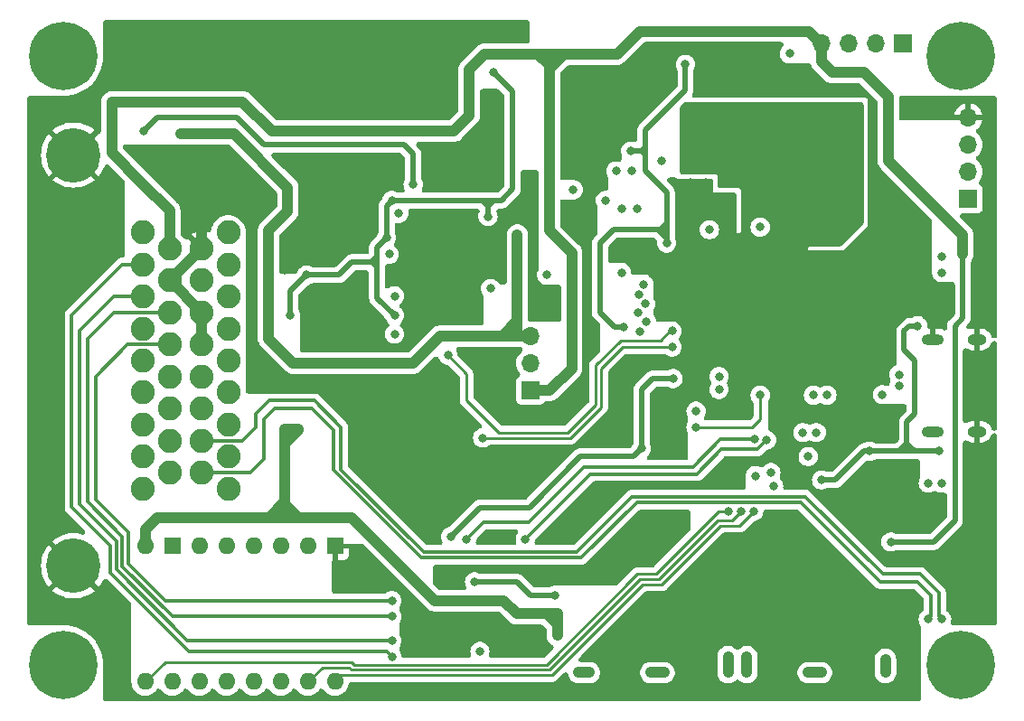
<source format=gbr>
%TF.GenerationSoftware,KiCad,Pcbnew,8.0.6*%
%TF.CreationDate,2024-10-30T09:11:15+07:00*%
%TF.ProjectId,NO2C,4e4f3243-2e6b-4696-9361-645f70636258,vD1*%
%TF.SameCoordinates,Original*%
%TF.FileFunction,Copper,L3,Inr*%
%TF.FilePolarity,Positive*%
%FSLAX46Y46*%
G04 Gerber Fmt 4.6, Leading zero omitted, Abs format (unit mm)*
G04 Created by KiCad (PCBNEW 8.0.6) date 2024-10-30 09:11:15*
%MOMM*%
%LPD*%
G01*
G04 APERTURE LIST*
%TA.AperFunction,ComponentPad*%
%ADD10O,1.600000X1.600000*%
%TD*%
%TA.AperFunction,ComponentPad*%
%ADD11R,1.600000X1.600000*%
%TD*%
%TA.AperFunction,ComponentPad*%
%ADD12C,2.250000*%
%TD*%
%TA.AperFunction,ComponentPad*%
%ADD13C,5.100000*%
%TD*%
%TA.AperFunction,ComponentPad*%
%ADD14R,1.700000X1.700000*%
%TD*%
%TA.AperFunction,ComponentPad*%
%ADD15O,1.700000X1.700000*%
%TD*%
%TA.AperFunction,ComponentPad*%
%ADD16C,0.800000*%
%TD*%
%TA.AperFunction,ComponentPad*%
%ADD17C,6.400000*%
%TD*%
%TA.AperFunction,ComponentPad*%
%ADD18O,2.100000X1.000000*%
%TD*%
%TA.AperFunction,ComponentPad*%
%ADD19O,1.800000X1.000000*%
%TD*%
%TA.AperFunction,ViaPad*%
%ADD20C,0.800000*%
%TD*%
%TA.AperFunction,Conductor*%
%ADD21C,1.000000*%
%TD*%
%TA.AperFunction,Conductor*%
%ADD22C,0.500000*%
%TD*%
%TA.AperFunction,Conductor*%
%ADD23C,0.250000*%
%TD*%
%TA.AperFunction,Conductor*%
%ADD24C,0.300000*%
%TD*%
G04 APERTURE END LIST*
D10*
%TO.N,/ENBL*%
%TO.C,IC4*%
X11150000Y1902000D03*
%TO.N,unconnected-(IC4-P2-Pad2)*%
X13690000Y1902000D03*
%TO.N,unconnected-(IC4-P3-Pad3)*%
X16230000Y1902000D03*
%TO.N,unconnected-(IC4-P4-Pad4)*%
X18770000Y1902000D03*
%TO.N,+5V*%
X21310000Y1902000D03*
X23850000Y1902000D03*
%TO.N,/STEP*%
X26390000Y1902000D03*
%TO.N,/DIR*%
X28930000Y1902000D03*
D11*
%TO.N,GND*%
X28930000Y14602000D03*
D10*
%TO.N,unconnected-(IC4-P10-Pad10)*%
X26390000Y14602000D03*
%TO.N,/STP-A2*%
X23850000Y14602000D03*
%TO.N,/STP-A1*%
X21310000Y14602000D03*
%TO.N,/STP-B1*%
X18770000Y14602000D03*
%TO.N,/STP-B2*%
X16230000Y14602000D03*
D11*
%TO.N,Earth*%
X13690000Y14602000D03*
D10*
%TO.N,+12V*%
X11150000Y14602000D03*
%TD*%
D12*
%TO.N,+BATT*%
%TO.C,J1*%
X10937500Y44000000D03*
%TO.N,VR1+*%
X10937500Y41000000D03*
%TO.N,/VR1-*%
X10937500Y38000000D03*
%TO.N,/IGN1*%
X10937500Y35000000D03*
%TO.N,/IGN2*%
X10937500Y32000000D03*
%TO.N,/STP-A1*%
X10937500Y29000000D03*
%TO.N,/STP-A2*%
X10937500Y26000000D03*
%TO.N,/STP-B2*%
X10937500Y23000000D03*
%TO.N,/STP-B1*%
X10937500Y20000000D03*
%TO.N,+5V*%
X13437500Y42500000D03*
%TO.N,GND*%
X13437500Y39500000D03*
%TO.N,/VR2-*%
X13437500Y36500000D03*
%TO.N,VR2+*%
X13437500Y33500000D03*
%TO.N,/TACHO*%
X13437500Y30500000D03*
%TO.N,Net-(J1-Pad15)*%
X13437500Y27500000D03*
%TO.N,Net-(J1-Pad16)*%
X13437500Y24500000D03*
%TO.N,/IDLE*%
X13437500Y21500000D03*
%TO.N,GND*%
X16437500Y42500000D03*
%TO.N,/LAUNCH*%
X16437500Y39500000D03*
%TO.N,GND*%
X16437500Y36500000D03*
X16437500Y33500000D03*
%TO.N,/SWCLK*%
X16437500Y30500000D03*
%TO.N,/SWDIO*%
X16437500Y27500000D03*
%TO.N,CANH*%
X16437500Y24500000D03*
%TO.N,CANL*%
X16437500Y21500000D03*
%TO.N,/O2*%
X18937500Y44000000D03*
%TO.N,/TPS*%
X18937500Y41000000D03*
%TO.N,/CLT*%
X18937500Y38000000D03*
%TO.N,/IAT*%
X18937500Y35000000D03*
%TO.N,/INJ1*%
X18937500Y32000000D03*
%TO.N,/INJ2*%
X18937500Y29000000D03*
%TO.N,/VVT*%
X18937500Y26000000D03*
%TO.N,/BOOST*%
X18937500Y23000000D03*
%TO.N,/FUELP*%
X18937500Y20000000D03*
D13*
%TO.N,GND*%
X4437500Y51250000D03*
X4437500Y12750000D03*
%TD*%
D14*
%TO.N,+3.3V*%
%TO.C,P1*%
X88250000Y47150000D03*
D15*
%TO.N,/SWDIO*%
X88250000Y49690000D03*
%TO.N,/SWCLK*%
X88250000Y52230000D03*
%TO.N,GND*%
X88250000Y54770000D03*
%TD*%
D16*
%TO.N,N/C*%
%TO.C,REF\u002A\u002A*%
X85100000Y3500000D03*
X85802944Y5197056D03*
X85802944Y1802944D03*
X87500000Y5900000D03*
D17*
X87500000Y3500000D03*
D16*
X87500000Y1100000D03*
X89197056Y5197056D03*
X89197056Y1802944D03*
X89900000Y3500000D03*
%TD*%
%TO.N,N/C*%
%TO.C,REF\u002A\u002A*%
X1100000Y60500000D03*
X1802944Y62197056D03*
X1802944Y58802944D03*
X3500000Y62900000D03*
D17*
X3500000Y60500000D03*
D16*
X3500000Y58100000D03*
X5197056Y62197056D03*
X5197056Y58802944D03*
X5900000Y60500000D03*
%TD*%
%TO.N,N/C*%
%TO.C,REF\u002A\u002A*%
X1100000Y3500000D03*
X1802944Y5197056D03*
X1802944Y1802944D03*
X3500000Y5900000D03*
D17*
X3500000Y3500000D03*
D16*
X3500000Y1100000D03*
X5197056Y5197056D03*
X5197056Y1802944D03*
X5900000Y3500000D03*
%TD*%
%TO.N,N/C*%
%TO.C,REF\u002A\u002A*%
X85100000Y60500000D03*
X85802944Y62197056D03*
X85802944Y58802944D03*
X87500000Y62900000D03*
D17*
X87500000Y60500000D03*
D16*
X87500000Y58100000D03*
X89197056Y62197056D03*
X89197056Y58802944D03*
X89900000Y60500000D03*
%TD*%
D14*
%TO.N,+5V*%
%TO.C,JP1*%
X47250000Y29210000D03*
D15*
%TO.N,Net-(IC1-VDD)*%
X47250000Y31750000D03*
%TO.N,+12V*%
X47250000Y34290000D03*
%TD*%
D18*
%TO.N,GND*%
%TO.C,J2*%
X84895000Y25320000D03*
D19*
X89075000Y25320000D03*
D18*
X84895000Y33960000D03*
D19*
X89075000Y33960000D03*
%TD*%
D14*
%TO.N,/PA10*%
%TO.C,P4*%
X82100000Y61750000D03*
D15*
%TO.N,/PA9*%
X79560000Y61750000D03*
%TO.N,GND*%
X77020000Y61750000D03*
%TO.N,+5V*%
X74480000Y61750000D03*
%TD*%
D20*
%TO.N,GND*%
X55750000Y41750000D03*
%TO.N,Net-(J1-Pad16)*%
X56750000Y49750000D03*
%TO.N,Net-(J1-Pad15)*%
X55250000Y49750000D03*
%TO.N,+3.3V*%
X56625000Y51625000D03*
%TO.N,/SDA*%
X57250000Y46250000D03*
%TO.N,/SCL*%
X55750000Y46250000D03*
%TO.N,+5V*%
X32750000Y53500000D03*
X87750000Y42000000D03*
X31500000Y53500000D03*
X81000000Y15000000D03*
X42500000Y4750000D03*
X8050000Y56250000D03*
%TO.N,+12V*%
X25500000Y25550000D03*
X14450000Y53250000D03*
X49750000Y7250000D03*
X58500000Y2750000D03*
X46000000Y43750000D03*
X49750000Y6250000D03*
X49750000Y8250000D03*
X24200000Y25550000D03*
X74500000Y2750000D03*
X73250000Y2750000D03*
X59750000Y2750000D03*
%TO.N,/PA3*%
X58000000Y37300000D03*
X34000000Y41950000D03*
%TO.N,/PA4*%
X34500000Y38050000D03*
X57350000Y36450000D03*
%TO.N,/PA5*%
X58100000Y35650000D03*
X34500000Y34475000D03*
%TO.N,/STEP*%
X67000000Y17850000D03*
X69750000Y21500000D03*
%TO.N,/DIR*%
X70000000Y20250000D03*
X68150000Y17850000D03*
%TO.N,/ENBL*%
X65800000Y17850000D03*
X68300000Y21200000D03*
%TO.N,/VR1-*%
X34250000Y5750000D03*
%TO.N,/VR2-*%
X34250000Y8000000D03*
%TO.N,/FUELP*%
X65750000Y4250000D03*
X65750000Y2750000D03*
%TO.N,/BOOST*%
X67500000Y4250000D03*
X67500000Y2750000D03*
%TO.N,/IDLE*%
X51750000Y2750000D03*
X52750000Y2750000D03*
%TO.N,/IGN2*%
X55750000Y40250000D03*
%TO.N,/IGN1*%
X48750000Y40000000D03*
%TO.N,/TACHO*%
X51250000Y48000000D03*
%TO.N,/VVT*%
X80500000Y4000000D03*
X80500000Y2750000D03*
%TO.N,/LAUNCH*%
X62750000Y27250000D03*
%TO.N,/PD11*%
X69350000Y24550000D03*
X46750000Y15250000D03*
%TO.N,Net-(D5-COM)*%
X68750000Y28750000D03*
X62750000Y25750000D03*
%TO.N,/PA2*%
X34900000Y45800000D03*
X57400000Y38200000D03*
%TO.N,/PD10*%
X68200000Y24600000D03*
X41250000Y15250000D03*
%TO.N,/PA0*%
X64000000Y44250000D03*
X59500000Y50750000D03*
%TO.N,/PA1*%
X57850000Y39150000D03*
X43500000Y38750000D03*
%TO.N,Net-(D20-COM)*%
X85750000Y41750000D03*
X85750000Y20500000D03*
%TO.N,Net-(D21-COM)*%
X84500000Y20500000D03*
X85750000Y40250000D03*
%TO.N,/SCL*%
X64900000Y30500000D03*
%TO.N,CANL*%
X84500000Y7750000D03*
%TO.N,CANH*%
X85750000Y7750000D03*
%TO.N,/SDA*%
X64900000Y29300000D03*
%TO.N,+BATT*%
X36250000Y48500000D03*
X11000000Y53500000D03*
%TO.N,VR2+*%
X34250000Y9500000D03*
%TO.N,VR1+*%
X34250000Y4250000D03*
%TO.N,/PD8*%
X60500000Y34750000D03*
X39500000Y32500000D03*
%TO.N,/PD14*%
X57500000Y34700000D03*
X54250000Y47000000D03*
%TO.N,/PD9*%
X42750000Y24750000D03*
X60500000Y33250000D03*
%TO.N,/SWDIO*%
X73250000Y23000000D03*
%TO.N,Net-(U2-NRST)*%
X68750000Y44500000D03*
X71500000Y60750000D03*
%TO.N,GND*%
X24100000Y42200000D03*
X73250000Y36000000D03*
X34000000Y63000000D03*
X90250000Y23500000D03*
X90250000Y11500000D03*
X90250000Y46750000D03*
X61750000Y54000000D03*
X64750000Y38500000D03*
X72000000Y20550000D03*
X70500000Y29000000D03*
X38500000Y12000000D03*
X68750000Y32750000D03*
X29750000Y63000000D03*
X12250000Y61250000D03*
X90250000Y20750000D03*
X34950000Y44300000D03*
X55500000Y20000000D03*
X63700000Y48650000D03*
X12250000Y59500000D03*
X63250000Y42000000D03*
X30250000Y43650000D03*
X69050000Y14700000D03*
X76500000Y36000000D03*
X72250000Y47000000D03*
X73500000Y57350000D03*
X73450000Y15700000D03*
X68750000Y30250000D03*
X46750000Y63250000D03*
X80650000Y33450000D03*
X44000000Y57050000D03*
X61750000Y52250000D03*
X52700000Y47400000D03*
X79900000Y20950000D03*
X76500000Y34250000D03*
X13500000Y48500000D03*
X67500000Y58000000D03*
X69650000Y55550000D03*
X75650000Y57350000D03*
X76750000Y51750000D03*
X33000000Y48000000D03*
X60000000Y61000000D03*
X30750000Y36250000D03*
X43000000Y31000000D03*
X62250000Y48650000D03*
X74750000Y49750000D03*
X31000000Y47250000D03*
X24250000Y40500000D03*
X90250000Y56000000D03*
X18750000Y63000000D03*
X48150000Y5900000D03*
X21750000Y46500000D03*
X68750000Y36000000D03*
X21750000Y45250000D03*
X54500000Y20000000D03*
X36250000Y60000000D03*
X43000000Y29000000D03*
X55000000Y30650000D03*
X64750000Y36000000D03*
X28500000Y63000000D03*
X90250000Y7600000D03*
X34950000Y43000000D03*
X63950000Y55450000D03*
X74500000Y55500000D03*
X73250000Y32750000D03*
X66750000Y29000000D03*
X59250000Y24750000D03*
X76500000Y39500000D03*
X76500000Y37500000D03*
X61500000Y42000000D03*
X73000000Y45750000D03*
X76500000Y29250000D03*
X18500000Y47750000D03*
X35625000Y41375000D03*
X68750000Y46000000D03*
X16750000Y47750000D03*
X83900000Y36750000D03*
X61750000Y50500000D03*
X61850000Y55400000D03*
X12250000Y63000000D03*
X75300000Y14350000D03*
X65500000Y58000000D03*
X69100000Y16700000D03*
X55200000Y28700000D03*
X35750000Y63000000D03*
X52750000Y24250000D03*
X68500000Y39500000D03*
X60250000Y16500000D03*
X83350000Y750000D03*
X76750000Y49750000D03*
X37000000Y16250000D03*
X66400000Y14700000D03*
X38000000Y41250000D03*
X70750000Y39500000D03*
X45250000Y32750000D03*
X63500000Y60000000D03*
X90250000Y14500000D03*
X48200000Y4600000D03*
X90250000Y43750000D03*
X44000000Y53000000D03*
X59000000Y16500000D03*
X42250000Y63250000D03*
X45500000Y15750000D03*
X73250000Y49750000D03*
X90250000Y9250000D03*
X61500000Y16500000D03*
X38500000Y16250000D03*
X20250000Y63000000D03*
X54000000Y24250000D03*
X72000000Y48250000D03*
X90250000Y50250000D03*
X90250000Y53000000D03*
X90250000Y38500000D03*
X36250000Y57500000D03*
X66800000Y48600000D03*
X53500000Y20000000D03*
X36450000Y34500000D03*
X49500000Y23500000D03*
X69500000Y58000000D03*
X72900000Y21500000D03*
X76750000Y53750000D03*
X90250000Y17750000D03*
X90250000Y36000000D03*
X27500000Y48000000D03*
X64750000Y33750000D03*
X57000000Y56000000D03*
X76750000Y55500000D03*
X60500000Y23500000D03*
X83900000Y38700000D03*
X26250000Y36275000D03*
X68400000Y55550000D03*
X15000000Y47750000D03*
X90250000Y41250000D03*
X73250000Y38500000D03*
X43250000Y6480000D03*
X14250000Y63000000D03*
X77800000Y57400000D03*
%TO.N,/SWCLK*%
X80200000Y28800000D03*
%TO.N,+3.3V*%
X61750000Y59750000D03*
X49500000Y10000000D03*
X57625000Y23750000D03*
X60600000Y30300000D03*
X60000000Y43000000D03*
X33750000Y43500000D03*
X43250000Y45500000D03*
X83500000Y35250000D03*
X26250000Y40000000D03*
X56000000Y35125000D03*
X42000000Y11250000D03*
X24750000Y36250000D03*
X34250000Y47000000D03*
X85500000Y23500000D03*
X39750000Y15500000D03*
X43750000Y59000000D03*
X79000000Y23500000D03*
X74500000Y20800000D03*
X34500000Y36225000D03*
%TO.N,/PA9*%
X72750000Y25250000D03*
%TO.N,/PA10*%
X74000000Y25250000D03*
%TO.N,/USB_D-*%
X81750000Y29615000D03*
X73750000Y28750000D03*
%TO.N,/USB_D+*%
X75000000Y28750000D03*
X81750000Y30665000D03*
%TD*%
D21*
%TO.N,+12V*%
X49750000Y7250000D02*
X48750000Y8250000D01*
X48750000Y8250000D02*
X45950000Y8250000D01*
X49750000Y8250000D02*
X48750000Y8250000D01*
X46000000Y35690000D02*
X44600000Y34290000D01*
X46000000Y35750000D02*
X46000000Y35690000D01*
X44600000Y34290000D02*
X46000000Y34290000D01*
X38790000Y34290000D02*
X44600000Y34290000D01*
X46000000Y35750000D02*
X46000000Y43750000D01*
X46000000Y34290000D02*
X46000000Y35750000D01*
D22*
%TO.N,+3.3V*%
X57625000Y51625000D02*
X58000000Y51250000D01*
X58000000Y51250000D02*
X58000000Y51000000D01*
X58000000Y51000000D02*
X58000000Y51750000D01*
X58000000Y49750000D02*
X58000000Y51000000D01*
X57625000Y51625000D02*
X58000000Y52000000D01*
X57250000Y51625000D02*
X57625000Y51625000D01*
X57250000Y51625000D02*
X57875000Y51625000D01*
X58000000Y51750000D02*
X58000000Y52000000D01*
X58000000Y52000000D02*
X58000000Y53600000D01*
X56625000Y51625000D02*
X57250000Y51625000D01*
X57875000Y51625000D02*
X58000000Y51750000D01*
X60000000Y47750000D02*
X60000000Y44850000D01*
X58000000Y53600000D02*
X61750000Y57350000D01*
X61750000Y57350000D02*
X61750000Y59750000D01*
X58250000Y49500000D02*
X60000000Y47750000D01*
X58250000Y49500000D02*
X58000000Y49750000D01*
D21*
%TO.N,+5V*%
X78500000Y59000000D02*
X75500000Y59000000D01*
X49000000Y59650000D02*
X47950000Y60700000D01*
X49000000Y59350000D02*
X49000000Y44200000D01*
X31500000Y53500000D02*
X23000000Y53500000D01*
X57500000Y62850000D02*
X55350000Y60700000D01*
X8000000Y51500000D02*
X8000000Y56200000D01*
X41500000Y59300000D02*
X42900000Y60700000D01*
X50350000Y60700000D02*
X50450000Y60700000D01*
D22*
X85000000Y15000000D02*
X87000000Y17000000D01*
D21*
X74480000Y61750000D02*
X74400000Y61750000D01*
X10875000Y48625000D02*
X8000000Y51500000D01*
X73300000Y62850000D02*
X57500000Y62850000D01*
X13437500Y46062500D02*
X10875000Y48625000D01*
X87750000Y43750000D02*
X80750000Y50750000D01*
D22*
X81000000Y15000000D02*
X85000000Y15000000D01*
D21*
X74400000Y61750000D02*
X73300000Y62850000D01*
X49000000Y59350000D02*
X50350000Y60700000D01*
X80750000Y50750000D02*
X80750000Y56750000D01*
X75500000Y59000000D02*
X74480000Y60020000D01*
X13437500Y42500000D02*
X13437500Y46062500D01*
X50450000Y60700000D02*
X47950000Y60700000D01*
X51100000Y42100000D02*
X51100000Y31250000D01*
X55350000Y60700000D02*
X50450000Y60700000D01*
X8000000Y56200000D02*
X8050000Y56250000D01*
X42900000Y60700000D02*
X47950000Y60700000D01*
X80750000Y56750000D02*
X78500000Y59000000D01*
D22*
X87000000Y35250000D02*
X87750000Y36000000D01*
X87750000Y36000000D02*
X87750000Y42000000D01*
D21*
X87750000Y42000000D02*
X87750000Y43750000D01*
X49000000Y59350000D02*
X49000000Y59650000D01*
X31500000Y53500000D02*
X40050000Y53500000D01*
X23000000Y53500000D02*
X20250000Y56250000D01*
X41500000Y54950000D02*
X41500000Y59300000D01*
X20250000Y56250000D02*
X8050000Y56250000D01*
X49000000Y44200000D02*
X51100000Y42100000D01*
X51100000Y31250000D02*
X49060000Y29210000D01*
X74480000Y60020000D02*
X74480000Y61750000D01*
X49060000Y29210000D02*
X47250000Y29210000D01*
X40050000Y53500000D02*
X41500000Y54950000D01*
X49000000Y60500000D02*
X49000000Y59350000D01*
D22*
X87000000Y17000000D02*
X87000000Y35250000D01*
D21*
%TO.N,+12V*%
X24250000Y25500000D02*
X24250000Y24250000D01*
X25000000Y31750000D02*
X36250000Y31750000D01*
X14450000Y53250000D02*
X19450000Y53250000D01*
X24500000Y48200000D02*
X24500000Y46000000D01*
X22687500Y44187500D02*
X22687500Y34062500D01*
X23500000Y17250000D02*
X22750000Y17250000D01*
X12250000Y17250000D02*
X11150000Y16150000D01*
X24250000Y19000000D02*
X24250000Y17250000D01*
X38250000Y9500000D02*
X30500000Y17250000D01*
X24500000Y46000000D02*
X22687500Y44187500D01*
X24250000Y19000000D02*
X24250000Y18750000D01*
X30500000Y17250000D02*
X25500000Y17250000D01*
X25500000Y25500000D02*
X24250000Y24250000D01*
X58500000Y2750000D02*
X59750000Y2750000D01*
X24250000Y24250000D02*
X24250000Y19000000D01*
X24250000Y19000000D02*
X24250000Y18500000D01*
X49750000Y7250000D02*
X49750000Y6250000D01*
X11150000Y16150000D02*
X11150000Y14602000D01*
X74500000Y2750000D02*
X73250000Y2750000D01*
X49750000Y8250000D02*
X49750000Y7250000D01*
X22687500Y34062500D02*
X25000000Y31750000D01*
X25500000Y25550000D02*
X24200000Y25550000D01*
X25500000Y25550000D02*
X25500000Y25500000D01*
X19450000Y53250000D02*
X24500000Y48200000D01*
X46000000Y34290000D02*
X47250000Y34290000D01*
X45950000Y8250000D02*
X44700000Y9500000D01*
X44700000Y9500000D02*
X38250000Y9500000D01*
X24250000Y18500000D02*
X25500000Y17250000D01*
X24250000Y18750000D02*
X22750000Y17250000D01*
X24200000Y25550000D02*
X24250000Y25500000D01*
X22750000Y17250000D02*
X12250000Y17250000D01*
X24250000Y17250000D02*
X23500000Y17250000D01*
X36250000Y31750000D02*
X38790000Y34290000D01*
X25500000Y17250000D02*
X23500000Y17250000D01*
D23*
%TO.N,/STEP*%
X67000000Y17850000D02*
X66150000Y17000000D01*
X59250000Y11500000D02*
X57500000Y11500000D01*
X27738000Y3250000D02*
X26390000Y1902000D01*
X64750000Y17000000D02*
X59250000Y11500000D01*
X30500000Y3000000D02*
X30250000Y3250000D01*
X30250000Y3250000D02*
X27738000Y3250000D01*
X49000000Y3000000D02*
X30500000Y3000000D01*
X57500000Y11500000D02*
X49000000Y3000000D01*
X66150000Y17000000D02*
X64750000Y17000000D01*
%TO.N,/DIR*%
X68150000Y17850000D02*
X66800000Y16500000D01*
X66800000Y16500000D02*
X65000000Y16500000D01*
X49250000Y2500000D02*
X29528000Y2500000D01*
X57750000Y11000000D02*
X49250000Y2500000D01*
X29528000Y2500000D02*
X28930000Y1902000D01*
X59500000Y11000000D02*
X57750000Y11000000D01*
X65000000Y16500000D02*
X59500000Y11000000D01*
%TO.N,/ENBL*%
X57250000Y12000000D02*
X48750000Y3500000D01*
X59000000Y12000000D02*
X57250000Y12000000D01*
X13000000Y3750000D02*
X11152000Y1902000D01*
X30500000Y3750000D02*
X13000000Y3750000D01*
X64850000Y17850000D02*
X59000000Y12000000D01*
X30750000Y3500000D02*
X30500000Y3750000D01*
X48750000Y3500000D02*
X30750000Y3500000D01*
X11152000Y1902000D02*
X11150000Y1902000D01*
X65800000Y17850000D02*
X64850000Y17850000D01*
D24*
%TO.N,/VR1-*%
X5000000Y34750000D02*
X8250000Y38000000D01*
X5000000Y18500000D02*
X5000000Y34750000D01*
X15100000Y5750000D02*
X8450000Y12400000D01*
X34250000Y5750000D02*
X15100000Y5750000D01*
X8250000Y38000000D02*
X10937500Y38000000D01*
X8450000Y12400000D02*
X8450000Y15050000D01*
X8450000Y15050000D02*
X5000000Y18500000D01*
%TO.N,/VR2-*%
X5750000Y18750000D02*
X9000000Y15500000D01*
X5750000Y34000000D02*
X5750000Y18750000D01*
X13700000Y8000000D02*
X34250000Y8000000D01*
X13437500Y36500000D02*
X8250000Y36500000D01*
X9000000Y15500000D02*
X9000000Y12700000D01*
X8250000Y36500000D02*
X5750000Y34000000D01*
X9000000Y12700000D02*
X13700000Y8000000D01*
D21*
%TO.N,/FUELP*%
X65750000Y4250000D02*
X65750000Y2750000D01*
%TO.N,/BOOST*%
X67500000Y4250000D02*
X67500000Y2750000D01*
%TO.N,/IDLE*%
X51750000Y2750000D02*
X52750000Y2750000D01*
%TO.N,/VVT*%
X80500000Y4000000D02*
X80500000Y2750000D01*
D24*
%TO.N,/PD11*%
X52850000Y21350000D02*
X62800000Y21350000D01*
X68475000Y23675000D02*
X65125000Y23675000D01*
X65125000Y23675000D02*
X62800000Y21350000D01*
X46750000Y15250000D02*
X52850000Y21350000D01*
X68475000Y23675000D02*
X69350000Y24550000D01*
D23*
%TO.N,Net-(D5-COM)*%
X68750000Y26500000D02*
X68000000Y25750000D01*
X68750000Y28750000D02*
X68750000Y26500000D01*
X68000000Y25750000D02*
X62750000Y25750000D01*
D24*
%TO.N,/PD10*%
X47100000Y16850000D02*
X52250000Y22000000D01*
X42850000Y16850000D02*
X47100000Y16850000D01*
X65050000Y24600000D02*
X68200000Y24600000D01*
X52250000Y22000000D02*
X62450000Y22000000D01*
X41250000Y15250000D02*
X42850000Y16850000D01*
X62450000Y22000000D02*
X65050000Y24600000D01*
%TO.N,CANL*%
X23250000Y27500000D02*
X22250000Y26500000D01*
X28750000Y21750000D02*
X28750000Y25500000D01*
X26750000Y27500000D02*
X23250000Y27500000D01*
X84750000Y8000000D02*
X84750000Y10000000D01*
X52000000Y13500000D02*
X37000000Y13500000D01*
X21000000Y21500000D02*
X16437500Y21500000D01*
X28750000Y25500000D02*
X26750000Y27500000D01*
X83500000Y11250000D02*
X80000000Y11250000D01*
X80000000Y11250000D02*
X72550000Y18700000D01*
X57200000Y18700000D02*
X52000000Y13500000D01*
X84750000Y10000000D02*
X83500000Y11250000D01*
X37000000Y13500000D02*
X28750000Y21750000D01*
X84500000Y7750000D02*
X84750000Y8000000D01*
X22250000Y22750000D02*
X21000000Y21500000D01*
X72550000Y18700000D02*
X57200000Y18700000D01*
X22250000Y26500000D02*
X22250000Y22750000D01*
%TO.N,CANH*%
X37227818Y14050000D02*
X51550000Y14050000D01*
X85500000Y10250000D02*
X85500000Y8000000D01*
X21500000Y25750000D02*
X21500000Y27000000D01*
X21500000Y27000000D02*
X22750000Y28250000D01*
X73000000Y19250000D02*
X80250000Y12000000D01*
X56750000Y19250000D02*
X73000000Y19250000D01*
X20250000Y24500000D02*
X21500000Y25750000D01*
X29500000Y25750000D02*
X29500000Y21777818D01*
X51550000Y14050000D02*
X56750000Y19250000D01*
X27000000Y28250000D02*
X29500000Y25750000D01*
X83750000Y12000000D02*
X85500000Y10250000D01*
X16437500Y24500000D02*
X20250000Y24500000D01*
X80250000Y12000000D02*
X83750000Y12000000D01*
X85500000Y8000000D02*
X85750000Y7750000D01*
X22750000Y28250000D02*
X27000000Y28250000D01*
X29500000Y21777818D02*
X37227818Y14050000D01*
D22*
%TO.N,+BATT*%
X19750000Y54750000D02*
X12250000Y54750000D01*
X36250000Y51350000D02*
X35350000Y52250000D01*
X22250000Y52250000D02*
X19750000Y54750000D01*
X12250000Y54750000D02*
X11000000Y53500000D01*
X36250000Y48500000D02*
X36250000Y51350000D01*
X35350000Y52250000D02*
X22250000Y52250000D01*
D24*
%TO.N,VR2+*%
X9550000Y15950000D02*
X6500000Y19000000D01*
X9500000Y33500000D02*
X13437500Y33500000D01*
X9550000Y12950000D02*
X9550000Y15950000D01*
X13000000Y9500000D02*
X9550000Y12950000D01*
X6500000Y30500000D02*
X9500000Y33500000D01*
X6500000Y19000000D02*
X6500000Y30500000D01*
X34250000Y9500000D02*
X13000000Y9500000D01*
%TO.N,VR1+*%
X33750000Y4750000D02*
X15250000Y4750000D01*
X15250000Y4750000D02*
X7900000Y12100000D01*
X34250000Y4250000D02*
X33750000Y4750000D01*
X4250000Y18250000D02*
X4250000Y36250000D01*
X7900000Y12100000D02*
X7900000Y14600000D01*
X9000000Y41000000D02*
X10937500Y41000000D01*
X7900000Y14600000D02*
X4250000Y18250000D01*
X4250000Y36250000D02*
X9000000Y41000000D01*
D23*
%TO.N,/PD8*%
X55700000Y33900000D02*
X59400000Y33900000D01*
X44250000Y25250000D02*
X50750000Y25250000D01*
X60250000Y34750000D02*
X60500000Y34750000D01*
X39500000Y32500000D02*
X41250000Y30750000D01*
X41250000Y28250000D02*
X44250000Y25250000D01*
X53350000Y27850000D02*
X53350000Y31550000D01*
X53350000Y31550000D02*
X55700000Y33900000D01*
X41250000Y30750000D02*
X41250000Y28250000D01*
X59400000Y33900000D02*
X60250000Y34750000D01*
X50750000Y25250000D02*
X53350000Y27850000D01*
%TO.N,/PD9*%
X53875000Y27625000D02*
X53875000Y31275000D01*
X55850000Y33250000D02*
X60500000Y33250000D01*
X51000000Y24750000D02*
X53875000Y27625000D01*
X42750000Y24750000D02*
X51000000Y24750000D01*
X53875000Y31275000D02*
X55850000Y33250000D01*
D21*
%TO.N,GND*%
X13437500Y39500000D02*
X16437500Y42500000D01*
X16437500Y42500000D02*
X16437500Y45987500D01*
D22*
X16437500Y45987500D02*
X16550000Y46100000D01*
D21*
X16437500Y36500000D02*
X13437500Y39500000D01*
X16437500Y36500000D02*
X16437500Y33500000D01*
D22*
%TO.N,+3.3V*%
X32850000Y41750000D02*
X32850000Y41200000D01*
X42500000Y47000000D02*
X43250000Y47000000D01*
X57650000Y29300000D02*
X58650000Y30300000D01*
X83250000Y23500000D02*
X82500000Y23500000D01*
X32850000Y37875000D02*
X34500000Y36225000D01*
X82250000Y34750000D02*
X82250000Y33000000D01*
X82250000Y33000000D02*
X83250000Y32000000D01*
X43250000Y46500000D02*
X43250000Y47000000D01*
X32850000Y42600000D02*
X32850000Y41750000D01*
X55125000Y35125000D02*
X53750000Y36500000D01*
X45550000Y57200000D02*
X43750000Y59000000D01*
X43750000Y47000000D02*
X44500000Y47000000D01*
X42750000Y47000000D02*
X42500000Y47000000D01*
X32000000Y41200000D02*
X32850000Y41200000D01*
X59200000Y44250000D02*
X59400000Y44250000D01*
X47125000Y18225000D02*
X51900000Y23000000D01*
X32400000Y41200000D02*
X32850000Y40750000D01*
X82500000Y26250000D02*
X82500000Y24500000D01*
X82000000Y23500000D02*
X79000000Y23500000D01*
X43250000Y46500000D02*
X42750000Y47000000D01*
X82500000Y24500000D02*
X82500000Y24250000D01*
X24750000Y38500000D02*
X26250000Y40000000D01*
X82500000Y24500000D02*
X82500000Y23500000D01*
X59200000Y44250000D02*
X60000000Y44250000D01*
X51900000Y23000000D02*
X56875000Y23000000D01*
X43250000Y45500000D02*
X43250000Y46500000D01*
X58650000Y30300000D02*
X60600000Y30300000D01*
X32300000Y41200000D02*
X32850000Y41750000D01*
X57650000Y23775000D02*
X57650000Y29300000D01*
X78500000Y23500000D02*
X79000000Y23500000D01*
X74500000Y20800000D02*
X75800000Y20800000D01*
X82500000Y23500000D02*
X82000000Y23500000D01*
X24750000Y36250000D02*
X24750000Y38500000D01*
X82750000Y35250000D02*
X82250000Y34750000D01*
X60000000Y44850000D02*
X60000000Y44250000D01*
X32850000Y41200000D02*
X32850000Y40750000D01*
X34250000Y47000000D02*
X42500000Y47000000D01*
X60000000Y44250000D02*
X60000000Y43400000D01*
X46000000Y11250000D02*
X42000000Y11250000D01*
X53750000Y43000000D02*
X55000000Y44250000D01*
X55000000Y44250000D02*
X59200000Y44250000D01*
X83500000Y35250000D02*
X82750000Y35250000D01*
X42475000Y18225000D02*
X47125000Y18225000D01*
X82500000Y24250000D02*
X81750000Y23500000D01*
X44500000Y47000000D02*
X45550000Y48050000D01*
X33750000Y43500000D02*
X32850000Y42600000D01*
X59400000Y44250000D02*
X60000000Y44850000D01*
X29300000Y40000000D02*
X30500000Y41200000D01*
X56875000Y23000000D02*
X57625000Y23750000D01*
X33750000Y46500000D02*
X33750000Y43500000D01*
X26250000Y40000000D02*
X29300000Y40000000D01*
X60000000Y43400000D02*
X60000000Y43000000D01*
X30500000Y41200000D02*
X32000000Y41200000D01*
X83250000Y27000000D02*
X82500000Y26250000D01*
X60000000Y43450000D02*
X60000000Y43400000D01*
X45550000Y48050000D02*
X45550000Y57200000D01*
X85500000Y23500000D02*
X83250000Y23500000D01*
X32850000Y40750000D02*
X32850000Y37875000D01*
X39750000Y15500000D02*
X42475000Y18225000D01*
X82500000Y24250000D02*
X83250000Y23500000D01*
X81750000Y23500000D02*
X81500000Y23500000D01*
X83250000Y32000000D02*
X83250000Y27000000D01*
X34250000Y47000000D02*
X33750000Y46500000D01*
X81500000Y23500000D02*
X82000000Y23500000D01*
X32000000Y41200000D02*
X32400000Y41200000D01*
X32000000Y41200000D02*
X32300000Y41200000D01*
X43250000Y47000000D02*
X43750000Y47000000D01*
X47250000Y10000000D02*
X46000000Y11250000D01*
X57625000Y23750000D02*
X57650000Y23775000D01*
X49500000Y10000000D02*
X47250000Y10000000D01*
X43250000Y46500000D02*
X43750000Y47000000D01*
X59200000Y44250000D02*
X60000000Y43450000D01*
X75800000Y20800000D02*
X78500000Y23500000D01*
X53750000Y36500000D02*
X53750000Y43000000D01*
X56000000Y35125000D02*
X55125000Y35125000D01*
%TD*%
%TA.AperFunction,Conductor*%
%TO.N,GND*%
G36*
X46996288Y63905546D02*
G01*
X47077070Y63851570D01*
X47131046Y63770788D01*
X47150000Y63675500D01*
X47150000Y61949500D01*
X47131046Y61854212D01*
X47077070Y61773430D01*
X46996288Y61719454D01*
X46901000Y61700500D01*
X42801459Y61700500D01*
X42704812Y61681276D01*
X42632243Y61666841D01*
X42608163Y61662051D01*
X42582593Y61651459D01*
X42582592Y61651459D01*
X42426088Y61586633D01*
X42426084Y61586631D01*
X42262219Y61477140D01*
X42262216Y61477138D01*
X42122860Y61337783D01*
X42122861Y61337782D01*
X42122858Y61337779D01*
X40862221Y60077142D01*
X40862218Y60077139D01*
X40862217Y60077140D01*
X40722862Y59937784D01*
X40722860Y59937781D01*
X40613369Y59773916D01*
X40613367Y59773912D01*
X40567877Y59664089D01*
X40567877Y59664088D01*
X40537948Y59591836D01*
X40531964Y59561747D01*
X40531963Y59561745D01*
X40499500Y59398546D01*
X40499500Y55467560D01*
X40480546Y55372272D01*
X40426570Y55291491D01*
X39708511Y54573431D01*
X39627729Y54519454D01*
X39532441Y54500500D01*
X23517561Y54500500D01*
X23422273Y54519454D01*
X23341491Y54573430D01*
X21027140Y56887780D01*
X21027139Y56887782D01*
X20887782Y57027139D01*
X20723914Y57136632D01*
X20682442Y57153810D01*
X20569722Y57200500D01*
X20556270Y57206072D01*
X20541837Y57212051D01*
X20517756Y57216841D01*
X20445188Y57231276D01*
X20348541Y57250500D01*
X7951459Y57250500D01*
X7919389Y57244122D01*
X7919386Y57244122D01*
X7758168Y57212054D01*
X7758167Y57212053D01*
X7576090Y57136635D01*
X7576085Y57136632D01*
X7501256Y57086632D01*
X7412218Y57027140D01*
X7222862Y56837784D01*
X7222860Y56837781D01*
X7113369Y56673916D01*
X7113367Y56673912D01*
X7070315Y56569977D01*
X7070316Y56569976D01*
X7046954Y56513574D01*
X7046953Y56513573D01*
X7037949Y56491838D01*
X7037947Y56491829D01*
X6999500Y56298546D01*
X6999500Y53472860D01*
X6980546Y53377572D01*
X6926570Y53296790D01*
X6845788Y53242814D01*
X6768491Y53227439D01*
X5803457Y52262406D01*
X5718370Y52373293D01*
X5560793Y52530870D01*
X5449904Y52615959D01*
X6410870Y53576925D01*
X6342144Y53638341D01*
X6062751Y53836580D01*
X5762923Y54002289D01*
X5762924Y54002289D01*
X5446450Y54133376D01*
X5446430Y54133383D01*
X5117261Y54228216D01*
X5117246Y54228219D01*
X4779525Y54285599D01*
X4779519Y54285600D01*
X4437505Y54304806D01*
X4437495Y54304806D01*
X4095480Y54285600D01*
X4095474Y54285599D01*
X3757753Y54228219D01*
X3757738Y54228216D01*
X3428569Y54133383D01*
X3428549Y54133376D01*
X3112075Y54002289D01*
X2812248Y53836580D01*
X2532855Y53638340D01*
X2464129Y53576925D01*
X3425095Y52615959D01*
X3314207Y52530870D01*
X3156630Y52373293D01*
X3071541Y52262405D01*
X2110575Y53223371D01*
X2049160Y53154645D01*
X1850920Y52875252D01*
X1685211Y52575425D01*
X1554124Y52258951D01*
X1554117Y52258931D01*
X1459284Y51929762D01*
X1459281Y51929747D01*
X1401901Y51592026D01*
X1401900Y51592020D01*
X1382694Y51250006D01*
X1382694Y51249995D01*
X1401900Y50907981D01*
X1401901Y50907975D01*
X1459281Y50570254D01*
X1459284Y50570239D01*
X1554117Y50241070D01*
X1554124Y50241050D01*
X1685211Y49924576D01*
X1850920Y49624749D01*
X2049159Y49345356D01*
X2110575Y49276631D01*
X3071541Y50237597D01*
X3156630Y50126707D01*
X3314207Y49969130D01*
X3425094Y49884043D01*
X2464129Y48923077D01*
X2532855Y48861660D01*
X2812248Y48663421D01*
X3112076Y48497712D01*
X3112075Y48497712D01*
X3428549Y48366625D01*
X3428569Y48366618D01*
X3757738Y48271785D01*
X3757753Y48271782D01*
X4095474Y48214402D01*
X4095480Y48214401D01*
X4437495Y48195194D01*
X4437505Y48195194D01*
X4779519Y48214401D01*
X4779525Y48214402D01*
X5117246Y48271782D01*
X5117261Y48271785D01*
X5446430Y48366618D01*
X5446450Y48366625D01*
X5762924Y48497712D01*
X6062751Y48663421D01*
X6342138Y48861656D01*
X6342141Y48861658D01*
X6410869Y48923077D01*
X5449904Y49884042D01*
X5560793Y49969130D01*
X5718370Y50126707D01*
X5803458Y50237596D01*
X6764423Y49276631D01*
X6825842Y49345359D01*
X6825844Y49345362D01*
X7024079Y49624749D01*
X7189788Y49924576D01*
X7320875Y50241050D01*
X7320875Y50241051D01*
X7321024Y50241565D01*
X7321122Y50241756D01*
X7323183Y50247645D01*
X7323553Y50247516D01*
X7323554Y50247516D01*
X7323566Y50247511D01*
X7324014Y50247355D01*
X7365613Y50327884D01*
X7439840Y50390569D01*
X7532406Y50420077D01*
X7629217Y50411916D01*
X7715536Y50367327D01*
X7736366Y50348714D01*
X9177070Y48908010D01*
X9231046Y48827228D01*
X9250000Y48731940D01*
X9250000Y41899500D01*
X9231046Y41804212D01*
X9177070Y41723430D01*
X9096288Y41669454D01*
X9001000Y41650500D01*
X8935926Y41650500D01*
X8813204Y41626089D01*
X8813205Y41626088D01*
X8810259Y41625502D01*
X8810256Y41625502D01*
X8691878Y41576468D01*
X8691874Y41576466D01*
X8691873Y41576465D01*
X8585330Y41505276D01*
X8585326Y41505273D01*
X3744724Y36664671D01*
X3677502Y36564065D01*
X3673534Y36558126D01*
X3673531Y36558121D01*
X3624499Y36439746D01*
X3624498Y36439743D01*
X3599500Y36314072D01*
X3599500Y36314069D01*
X3599500Y18185931D01*
X3606758Y18149444D01*
X3609307Y18136633D01*
X3609307Y18136629D01*
X3624497Y18060260D01*
X3624498Y18060257D01*
X3673534Y17941873D01*
X3744723Y17835331D01*
X5466543Y16113511D01*
X5520519Y16032729D01*
X5539473Y15937441D01*
X5520519Y15842153D01*
X5466543Y15761371D01*
X5385761Y15707395D01*
X5290473Y15688441D01*
X5221542Y15698172D01*
X5117250Y15728218D01*
X5117246Y15728219D01*
X4779525Y15785599D01*
X4779519Y15785600D01*
X4437505Y15804806D01*
X4437495Y15804806D01*
X4095480Y15785600D01*
X4095474Y15785599D01*
X3757753Y15728219D01*
X3757738Y15728216D01*
X3428569Y15633383D01*
X3428549Y15633376D01*
X3112075Y15502289D01*
X2812248Y15336580D01*
X2532855Y15138340D01*
X2464129Y15076925D01*
X3425095Y14115959D01*
X3314207Y14030870D01*
X3156630Y13873293D01*
X3071541Y13762405D01*
X2110575Y14723371D01*
X2049160Y14654645D01*
X1850920Y14375252D01*
X1685211Y14075425D01*
X1554124Y13758951D01*
X1554117Y13758931D01*
X1459284Y13429762D01*
X1459281Y13429747D01*
X1401901Y13092026D01*
X1401900Y13092020D01*
X1382694Y12750006D01*
X1382694Y12749995D01*
X1401900Y12407981D01*
X1401901Y12407975D01*
X1459281Y12070254D01*
X1459284Y12070239D01*
X1554117Y11741070D01*
X1554124Y11741050D01*
X1685211Y11424576D01*
X1850920Y11124749D01*
X2049159Y10845356D01*
X2110575Y10776631D01*
X3071541Y11737597D01*
X3156630Y11626707D01*
X3314207Y11469130D01*
X3425094Y11384043D01*
X2464129Y10423077D01*
X2532855Y10361660D01*
X2812248Y10163421D01*
X3112076Y9997712D01*
X3112075Y9997712D01*
X3428549Y9866625D01*
X3428569Y9866618D01*
X3757738Y9771785D01*
X3757753Y9771782D01*
X4095474Y9714402D01*
X4095480Y9714401D01*
X4437495Y9695194D01*
X4437505Y9695194D01*
X4779519Y9714401D01*
X4779525Y9714402D01*
X5117246Y9771782D01*
X5117261Y9771785D01*
X5446430Y9866618D01*
X5446450Y9866625D01*
X5762924Y9997712D01*
X6062751Y10163421D01*
X6342138Y10361656D01*
X6342141Y10361658D01*
X6410869Y10423077D01*
X5449904Y11384042D01*
X5560793Y11469130D01*
X5718370Y11626707D01*
X5803458Y11737596D01*
X6764423Y10776631D01*
X6825842Y10845359D01*
X6825844Y10845362D01*
X7024079Y11124749D01*
X7193164Y11430684D01*
X7194385Y11430010D01*
X7247292Y11500327D01*
X7330967Y11549698D01*
X7427167Y11563291D01*
X7521245Y11539035D01*
X7589300Y11490754D01*
X9777072Y9302982D01*
X9831046Y9222203D01*
X9850000Y9126915D01*
X9850000Y1975367D01*
X9849052Y1953664D01*
X9844532Y1902004D01*
X9844532Y1901995D01*
X9864363Y1675321D01*
X9864365Y1675306D01*
X9923261Y1455504D01*
X9923262Y1455501D01*
X10019428Y1249273D01*
X10019436Y1249259D01*
X10149949Y1062866D01*
X10149953Y1062861D01*
X10310861Y901953D01*
X10310864Y901951D01*
X10310865Y901950D01*
X10497258Y771437D01*
X10497262Y771435D01*
X10497266Y771432D01*
X10703504Y675261D01*
X10923308Y616365D01*
X10942984Y614644D01*
X11149994Y596532D01*
X11150000Y596532D01*
X11150006Y596532D01*
X11329668Y612251D01*
X11376692Y616365D01*
X11596496Y675261D01*
X11802734Y771432D01*
X11989139Y901953D01*
X12150047Y1062861D01*
X12216031Y1157098D01*
X12286211Y1224281D01*
X12376760Y1259494D01*
X12473892Y1257375D01*
X12562819Y1218247D01*
X12623968Y1157098D01*
X12689953Y1062861D01*
X12850861Y901953D01*
X12850864Y901951D01*
X12850865Y901950D01*
X13037258Y771437D01*
X13037262Y771435D01*
X13037266Y771432D01*
X13243504Y675261D01*
X13463308Y616365D01*
X13482984Y614644D01*
X13689994Y596532D01*
X13690000Y596532D01*
X13690006Y596532D01*
X13869668Y612251D01*
X13916692Y616365D01*
X14136496Y675261D01*
X14342734Y771432D01*
X14529139Y901953D01*
X14690047Y1062861D01*
X14756031Y1157098D01*
X14826211Y1224281D01*
X14916760Y1259494D01*
X15013892Y1257375D01*
X15102819Y1218247D01*
X15163968Y1157098D01*
X15229953Y1062861D01*
X15390861Y901953D01*
X15390864Y901951D01*
X15390865Y901950D01*
X15577258Y771437D01*
X15577262Y771435D01*
X15577266Y771432D01*
X15783504Y675261D01*
X16003308Y616365D01*
X16022984Y614644D01*
X16229994Y596532D01*
X16230000Y596532D01*
X16230006Y596532D01*
X16409668Y612251D01*
X16456692Y616365D01*
X16676496Y675261D01*
X16882734Y771432D01*
X17069139Y901953D01*
X17230047Y1062861D01*
X17296031Y1157098D01*
X17366211Y1224281D01*
X17456760Y1259494D01*
X17553892Y1257375D01*
X17642819Y1218247D01*
X17703968Y1157098D01*
X17769953Y1062861D01*
X17930861Y901953D01*
X17930864Y901951D01*
X17930865Y901950D01*
X18117258Y771437D01*
X18117262Y771435D01*
X18117266Y771432D01*
X18323504Y675261D01*
X18543308Y616365D01*
X18562984Y614644D01*
X18769994Y596532D01*
X18770000Y596532D01*
X18770006Y596532D01*
X18949668Y612251D01*
X18996692Y616365D01*
X19216496Y675261D01*
X19422734Y771432D01*
X19609139Y901953D01*
X19770047Y1062861D01*
X19836031Y1157098D01*
X19906211Y1224281D01*
X19996760Y1259494D01*
X20093892Y1257375D01*
X20182819Y1218247D01*
X20243968Y1157098D01*
X20309953Y1062861D01*
X20470861Y901953D01*
X20470864Y901951D01*
X20470865Y901950D01*
X20657258Y771437D01*
X20657262Y771435D01*
X20657266Y771432D01*
X20863504Y675261D01*
X21083308Y616365D01*
X21102984Y614644D01*
X21309994Y596532D01*
X21310000Y596532D01*
X21310006Y596532D01*
X21489668Y612251D01*
X21536692Y616365D01*
X21756496Y675261D01*
X21962734Y771432D01*
X22149139Y901953D01*
X22310047Y1062861D01*
X22376031Y1157098D01*
X22446211Y1224281D01*
X22536760Y1259494D01*
X22633892Y1257375D01*
X22722819Y1218247D01*
X22783968Y1157098D01*
X22849953Y1062861D01*
X23010861Y901953D01*
X23010864Y901951D01*
X23010865Y901950D01*
X23197258Y771437D01*
X23197262Y771435D01*
X23197266Y771432D01*
X23403504Y675261D01*
X23623308Y616365D01*
X23642984Y614644D01*
X23849994Y596532D01*
X23850000Y596532D01*
X23850006Y596532D01*
X24029668Y612251D01*
X24076692Y616365D01*
X24296496Y675261D01*
X24502734Y771432D01*
X24689139Y901953D01*
X24850047Y1062861D01*
X24916031Y1157098D01*
X24986211Y1224281D01*
X25076760Y1259494D01*
X25173892Y1257375D01*
X25262819Y1218247D01*
X25323968Y1157098D01*
X25389953Y1062861D01*
X25550861Y901953D01*
X25550864Y901951D01*
X25550865Y901950D01*
X25737258Y771437D01*
X25737262Y771435D01*
X25737266Y771432D01*
X25943504Y675261D01*
X26163308Y616365D01*
X26182984Y614644D01*
X26389994Y596532D01*
X26390000Y596532D01*
X26390006Y596532D01*
X26569668Y612251D01*
X26616692Y616365D01*
X26836496Y675261D01*
X27042734Y771432D01*
X27229139Y901953D01*
X27390047Y1062861D01*
X27456031Y1157098D01*
X27526211Y1224281D01*
X27616760Y1259494D01*
X27713892Y1257375D01*
X27802819Y1218247D01*
X27863968Y1157098D01*
X27929953Y1062861D01*
X28090861Y901953D01*
X28090864Y901951D01*
X28090865Y901950D01*
X28277258Y771437D01*
X28277262Y771435D01*
X28277266Y771432D01*
X28483504Y675261D01*
X28703308Y616365D01*
X28722984Y614644D01*
X28929994Y596532D01*
X28930000Y596532D01*
X28930006Y596532D01*
X29109668Y612251D01*
X29156692Y616365D01*
X29376496Y675261D01*
X29582734Y771432D01*
X29769139Y901953D01*
X29930047Y1062861D01*
X30060568Y1249266D01*
X30156739Y1455504D01*
X30215635Y1675308D01*
X30215635Y1675311D01*
X30218448Y1685808D01*
X30220859Y1685162D01*
X30249706Y1759314D01*
X30316899Y1829487D01*
X30405831Y1868604D01*
X30459694Y1874500D01*
X49311606Y1874500D01*
X49311607Y1874500D01*
X49383781Y1888856D01*
X49432452Y1898537D01*
X49465777Y1912343D01*
X49465791Y1912345D01*
X49465791Y1912347D01*
X49509817Y1930584D01*
X49546286Y1945688D01*
X49613636Y1990691D01*
X49648733Y2014142D01*
X49735858Y2101267D01*
X49735860Y2101271D01*
X50343208Y2708620D01*
X50423987Y2762593D01*
X50519275Y2781547D01*
X50614563Y2762593D01*
X50695345Y2708617D01*
X50749321Y2627835D01*
X50763490Y2581125D01*
X50787947Y2458170D01*
X50787949Y2458165D01*
X50863365Y2276092D01*
X50863366Y2276089D01*
X50863368Y2276086D01*
X50972861Y2112218D01*
X51112218Y1972861D01*
X51276086Y1863368D01*
X51458165Y1787949D01*
X51458167Y1787949D01*
X51458169Y1787948D01*
X51602121Y1759314D01*
X51651459Y1749500D01*
X52848541Y1749500D01*
X53041835Y1787949D01*
X53223914Y1863368D01*
X53387782Y1972861D01*
X53527139Y2112218D01*
X53636632Y2276086D01*
X53712051Y2458165D01*
X53750500Y2651459D01*
X53750500Y2848541D01*
X53750499Y2848546D01*
X57499500Y2848546D01*
X57499500Y2651455D01*
X57537947Y2458170D01*
X57537949Y2458165D01*
X57613365Y2276092D01*
X57613366Y2276089D01*
X57613368Y2276086D01*
X57722861Y2112218D01*
X57862218Y1972861D01*
X58026086Y1863368D01*
X58208165Y1787949D01*
X58208167Y1787949D01*
X58208169Y1787948D01*
X58352121Y1759314D01*
X58401459Y1749500D01*
X59848541Y1749500D01*
X60041835Y1787949D01*
X60223914Y1863368D01*
X60387782Y1972861D01*
X60527139Y2112218D01*
X60636632Y2276086D01*
X60712051Y2458165D01*
X60750500Y2651459D01*
X60750500Y2848541D01*
X60728885Y2957206D01*
X60712052Y3041831D01*
X60712051Y3041833D01*
X60712051Y3041835D01*
X60636632Y3223914D01*
X60527139Y3387782D01*
X60387782Y3527139D01*
X60223914Y3636632D01*
X60223911Y3636634D01*
X60223908Y3636635D01*
X60041835Y3712051D01*
X60041830Y3712053D01*
X59848545Y3750500D01*
X59848541Y3750500D01*
X58401459Y3750500D01*
X58401454Y3750500D01*
X58208169Y3712053D01*
X58208164Y3712051D01*
X58026091Y3636635D01*
X58026084Y3636631D01*
X57862221Y3527142D01*
X57722858Y3387779D01*
X57613369Y3223916D01*
X57613365Y3223909D01*
X57537949Y3041836D01*
X57537947Y3041831D01*
X57499500Y2848546D01*
X53750499Y2848546D01*
X53728885Y2957206D01*
X53712052Y3041831D01*
X53712051Y3041833D01*
X53712051Y3041835D01*
X53636632Y3223914D01*
X53527139Y3387782D01*
X53387782Y3527139D01*
X53223914Y3636632D01*
X53223911Y3636634D01*
X53223908Y3636635D01*
X53041835Y3712051D01*
X53041830Y3712053D01*
X52848545Y3750500D01*
X52848541Y3750500D01*
X51986229Y3750500D01*
X51890941Y3769454D01*
X51810159Y3823430D01*
X51756183Y3904212D01*
X51737229Y3999500D01*
X51756183Y4094788D01*
X51810159Y4175570D01*
X51983135Y4348546D01*
X64749500Y4348546D01*
X64749500Y2651455D01*
X64787947Y2458170D01*
X64787949Y2458165D01*
X64863365Y2276092D01*
X64863366Y2276089D01*
X64863368Y2276086D01*
X64972861Y2112218D01*
X65112218Y1972861D01*
X65276086Y1863368D01*
X65458165Y1787949D01*
X65458167Y1787949D01*
X65458169Y1787948D01*
X65602121Y1759314D01*
X65651459Y1749500D01*
X65848541Y1749500D01*
X66041835Y1787949D01*
X66223914Y1863368D01*
X66387782Y1972861D01*
X66448933Y2034013D01*
X66529712Y2087986D01*
X66625000Y2106940D01*
X66720288Y2087986D01*
X66801066Y2034013D01*
X66862218Y1972861D01*
X67026086Y1863368D01*
X67208165Y1787949D01*
X67208167Y1787949D01*
X67208169Y1787948D01*
X67352121Y1759314D01*
X67401459Y1749500D01*
X67598541Y1749500D01*
X67791835Y1787949D01*
X67973914Y1863368D01*
X68137782Y1972861D01*
X68277139Y2112218D01*
X68386632Y2276086D01*
X68462051Y2458165D01*
X68500500Y2651459D01*
X68500500Y2848546D01*
X72249500Y2848546D01*
X72249500Y2651455D01*
X72287947Y2458170D01*
X72287949Y2458165D01*
X72363365Y2276092D01*
X72363366Y2276089D01*
X72363368Y2276086D01*
X72472861Y2112218D01*
X72612218Y1972861D01*
X72776086Y1863368D01*
X72958165Y1787949D01*
X72958167Y1787949D01*
X72958169Y1787948D01*
X73102121Y1759314D01*
X73151459Y1749500D01*
X74598541Y1749500D01*
X74791835Y1787949D01*
X74973914Y1863368D01*
X75137782Y1972861D01*
X75277139Y2112218D01*
X75386632Y2276086D01*
X75462051Y2458165D01*
X75500500Y2651459D01*
X75500500Y2848541D01*
X75478885Y2957206D01*
X75462052Y3041831D01*
X75462051Y3041833D01*
X75462051Y3041835D01*
X75386632Y3223914D01*
X75277139Y3387782D01*
X75137782Y3527139D01*
X74973914Y3636632D01*
X74973911Y3636634D01*
X74973908Y3636635D01*
X74791835Y3712051D01*
X74791830Y3712053D01*
X74598545Y3750500D01*
X74598541Y3750500D01*
X73151459Y3750500D01*
X73151454Y3750500D01*
X72958169Y3712053D01*
X72958164Y3712051D01*
X72776091Y3636635D01*
X72776084Y3636631D01*
X72612221Y3527142D01*
X72472858Y3387779D01*
X72363369Y3223916D01*
X72363365Y3223909D01*
X72287949Y3041836D01*
X72287947Y3041831D01*
X72249500Y2848546D01*
X68500500Y2848546D01*
X68500500Y4098546D01*
X79499500Y4098546D01*
X79499500Y2651455D01*
X79537947Y2458170D01*
X79537949Y2458165D01*
X79613365Y2276092D01*
X79613366Y2276089D01*
X79613368Y2276086D01*
X79722861Y2112218D01*
X79862218Y1972861D01*
X80026086Y1863368D01*
X80208165Y1787949D01*
X80208167Y1787949D01*
X80208169Y1787948D01*
X80352121Y1759314D01*
X80401459Y1749500D01*
X80598541Y1749500D01*
X80791835Y1787949D01*
X80973914Y1863368D01*
X81137782Y1972861D01*
X81277139Y2112218D01*
X81386632Y2276086D01*
X81462051Y2458165D01*
X81500500Y2651459D01*
X81500500Y4098541D01*
X81485178Y4175570D01*
X81462052Y4291831D01*
X81462051Y4291833D01*
X81462051Y4291835D01*
X81386632Y4473914D01*
X81277139Y4637782D01*
X81137782Y4777139D01*
X81075608Y4818682D01*
X80973915Y4886631D01*
X80973914Y4886632D01*
X80973911Y4886634D01*
X80973908Y4886635D01*
X80791835Y4962051D01*
X80791830Y4962053D01*
X80598545Y5000500D01*
X80598541Y5000500D01*
X80401459Y5000500D01*
X80401454Y5000500D01*
X80208169Y4962053D01*
X80208164Y4962051D01*
X80026091Y4886635D01*
X80026084Y4886631D01*
X79862221Y4777142D01*
X79722858Y4637779D01*
X79613369Y4473916D01*
X79613365Y4473909D01*
X79537949Y4291836D01*
X79537947Y4291831D01*
X79499500Y4098546D01*
X68500500Y4098546D01*
X68500500Y4348541D01*
X68479585Y4453685D01*
X68462052Y4541831D01*
X68462051Y4541833D01*
X68462051Y4541835D01*
X68386632Y4723914D01*
X68277139Y4887782D01*
X68137782Y5027139D01*
X67973914Y5136632D01*
X67973911Y5136634D01*
X67973908Y5136635D01*
X67791835Y5212051D01*
X67791830Y5212053D01*
X67598545Y5250500D01*
X67598541Y5250500D01*
X67401459Y5250500D01*
X67401454Y5250500D01*
X67208169Y5212053D01*
X67208164Y5212051D01*
X67026091Y5136635D01*
X67026084Y5136631D01*
X66862221Y5027142D01*
X66862218Y5027140D01*
X66862218Y5027139D01*
X66801066Y4965988D01*
X66720288Y4912014D01*
X66625000Y4893060D01*
X66529712Y4912014D01*
X66448933Y4965988D01*
X66387782Y5027139D01*
X66223914Y5136632D01*
X66223911Y5136634D01*
X66223908Y5136635D01*
X66041835Y5212051D01*
X66041830Y5212053D01*
X65848545Y5250500D01*
X65848541Y5250500D01*
X65651459Y5250500D01*
X65651454Y5250500D01*
X65458169Y5212053D01*
X65458164Y5212051D01*
X65276091Y5136635D01*
X65276084Y5136631D01*
X65112221Y5027142D01*
X64972858Y4887779D01*
X64863369Y4723916D01*
X64863365Y4723909D01*
X64787949Y4541836D01*
X64787947Y4541831D01*
X64749500Y4348546D01*
X51983135Y4348546D01*
X54639802Y7005212D01*
X57936160Y10301570D01*
X58016942Y10355546D01*
X58112230Y10374500D01*
X59561606Y10374500D01*
X59561607Y10374500D01*
X59633781Y10388856D01*
X59682452Y10398537D01*
X59721398Y10414669D01*
X59721398Y10414670D01*
X59721402Y10414670D01*
X59781933Y10439743D01*
X59796286Y10445688D01*
X59847509Y10479916D01*
X59898733Y10514142D01*
X59985858Y10601267D01*
X59985859Y10601270D01*
X65186161Y15801570D01*
X65266943Y15855546D01*
X65362231Y15874500D01*
X66861606Y15874500D01*
X66861607Y15874500D01*
X66927642Y15887635D01*
X66982452Y15898537D01*
X67021398Y15914669D01*
X67021399Y15914670D01*
X67021401Y15914670D01*
X67058842Y15930179D01*
X67096286Y15945688D01*
X67147509Y15979916D01*
X67198733Y16014142D01*
X67285858Y16101267D01*
X67285859Y16101270D01*
X67300051Y16115461D01*
X67300053Y16115465D01*
X68061160Y16876570D01*
X68141941Y16930546D01*
X68237229Y16949500D01*
X68244645Y16949500D01*
X68244646Y16949500D01*
X68429803Y16988856D01*
X68602730Y17065849D01*
X68755871Y17177112D01*
X68882533Y17317784D01*
X68977179Y17481716D01*
X69035674Y17661744D01*
X69052993Y17826527D01*
X69081803Y17919312D01*
X69143928Y17994009D01*
X69229909Y18039246D01*
X69300629Y18049500D01*
X72177414Y18049500D01*
X72272702Y18030546D01*
X72353484Y17976570D01*
X79585330Y10744724D01*
X79691872Y10673535D01*
X79731334Y10657190D01*
X79810256Y10624499D01*
X79935929Y10599501D01*
X79935930Y10599500D01*
X79935931Y10599500D01*
X83127414Y10599500D01*
X83222702Y10580546D01*
X83303484Y10526570D01*
X84026570Y9803484D01*
X84080546Y9722702D01*
X84099500Y9627414D01*
X84099500Y8698970D01*
X84080546Y8603682D01*
X84026570Y8522900D01*
X83996858Y8497525D01*
X83894130Y8422889D01*
X83894127Y8422887D01*
X83767469Y8282220D01*
X83672822Y8118286D01*
X83614325Y7938256D01*
X83594540Y7750000D01*
X83614325Y7561745D01*
X83643037Y7473381D01*
X83672821Y7381716D01*
X83672822Y7381714D01*
X83672823Y7381712D01*
X83672824Y7381710D01*
X83766640Y7219217D01*
X83797870Y7127219D01*
X83800000Y7094717D01*
X83800000Y3612959D01*
X83799659Y3599928D01*
X83794422Y3500001D01*
X83799659Y3400074D01*
X83800000Y3387043D01*
X83800000Y324500D01*
X83781046Y229212D01*
X83727070Y148430D01*
X83646288Y94454D01*
X83551000Y75500D01*
X7449000Y75500D01*
X7353712Y94454D01*
X7272930Y148430D01*
X7218954Y229212D01*
X7200000Y324500D01*
X7200000Y3387043D01*
X7200341Y3400074D01*
X7200455Y3402268D01*
X7205578Y3500000D01*
X7185278Y3887338D01*
X7124602Y4270433D01*
X7024214Y4645087D01*
X6885214Y5007194D01*
X6709125Y5352789D01*
X6541349Y5611142D01*
X6497875Y5678086D01*
X6253786Y5979510D01*
X6253785Y5979511D01*
X6253781Y5979516D01*
X5979516Y6253781D01*
X5939503Y6286183D01*
X5678085Y6497876D01*
X5352789Y6709125D01*
X5352784Y6709128D01*
X5007195Y6885214D01*
X4797125Y6965852D01*
X4645087Y7024214D01*
X4270433Y7124602D01*
X4270429Y7124603D01*
X4270428Y7124603D01*
X3887344Y7185277D01*
X3887345Y7185277D01*
X3887343Y7185278D01*
X3887338Y7185278D01*
X3500000Y7205578D01*
X3499999Y7205578D01*
X3400074Y7200341D01*
X3387043Y7200000D01*
X324500Y7200000D01*
X229212Y7218954D01*
X148430Y7272930D01*
X94454Y7353712D01*
X75500Y7449000D01*
X75500Y56551000D01*
X94454Y56646288D01*
X148430Y56727070D01*
X229212Y56781046D01*
X324500Y56800000D01*
X3387043Y56800000D01*
X3400074Y56799659D01*
X3500000Y56794422D01*
X3887338Y56814722D01*
X4270433Y56875398D01*
X4645087Y56975786D01*
X5007194Y57114786D01*
X5352789Y57290875D01*
X5678084Y57502124D01*
X5979516Y57746219D01*
X6253781Y58020484D01*
X6497876Y58321916D01*
X6709125Y58647211D01*
X6885214Y58992806D01*
X7024214Y59354913D01*
X7124602Y59729567D01*
X7185278Y60112662D01*
X7205578Y60500000D01*
X7200341Y60599928D01*
X7200000Y60612959D01*
X7200000Y63675500D01*
X7218954Y63770788D01*
X7272930Y63851570D01*
X7353712Y63905546D01*
X7449000Y63924500D01*
X46901000Y63924500D01*
X46996288Y63905546D01*
G37*
%TD.AperFunction*%
%TA.AperFunction,Conductor*%
G36*
X30150000Y14850000D02*
G01*
X30177916Y14850000D01*
X30255527Y14834563D01*
X30333139Y14850000D01*
X31381940Y14850000D01*
X31477228Y14831046D01*
X31558010Y14777070D01*
X37472858Y8862222D01*
X37472861Y8862218D01*
X37612218Y8722861D01*
X37776086Y8613368D01*
X37883519Y8568868D01*
X37904834Y8560039D01*
X37958164Y8537949D01*
X37986980Y8532217D01*
X37986982Y8532217D01*
X37986986Y8532216D01*
X38151459Y8499500D01*
X38151460Y8499500D01*
X38348540Y8499500D01*
X44182440Y8499500D01*
X44277728Y8480546D01*
X44358510Y8426570D01*
X45172858Y7612222D01*
X45172861Y7612218D01*
X45312218Y7472861D01*
X45476086Y7363368D01*
X45604834Y7310039D01*
X45658164Y7287949D01*
X45687709Y7282072D01*
X45687711Y7282072D01*
X45687715Y7282071D01*
X45851459Y7249500D01*
X45851460Y7249500D01*
X46048540Y7249500D01*
X48232440Y7249500D01*
X48327728Y7230546D01*
X48408510Y7176570D01*
X48676570Y6908510D01*
X48730546Y6827728D01*
X48749500Y6732440D01*
X48749500Y6151455D01*
X48787947Y5958170D01*
X48787949Y5958165D01*
X48863365Y5776092D01*
X48863366Y5776089D01*
X48863368Y5776086D01*
X48972861Y5612218D01*
X49112218Y5472861D01*
X49211034Y5406834D01*
X49286257Y5356572D01*
X49285452Y5355368D01*
X49350090Y5302328D01*
X49395894Y5216647D01*
X49405422Y5119961D01*
X49377226Y5026988D01*
X49333690Y4968283D01*
X48563840Y4198431D01*
X48483058Y4144454D01*
X48387770Y4125500D01*
X43586649Y4125500D01*
X43491361Y4144454D01*
X43410579Y4198430D01*
X43356603Y4279212D01*
X43337649Y4374500D01*
X43349836Y4451446D01*
X43363324Y4492960D01*
X43385674Y4561744D01*
X43405460Y4750000D01*
X43385674Y4938256D01*
X43327179Y5118284D01*
X43232533Y5282216D01*
X43232531Y5282219D01*
X43232530Y5282220D01*
X43105873Y5422886D01*
X43105872Y5422887D01*
X43105871Y5422888D01*
X43029300Y5478520D01*
X42952728Y5534153D01*
X42779810Y5611142D01*
X42779796Y5611146D01*
X42594646Y5650500D01*
X42405354Y5650500D01*
X42220203Y5611146D01*
X42220189Y5611142D01*
X42047271Y5534153D01*
X41894126Y5422886D01*
X41767469Y5282220D01*
X41672822Y5118286D01*
X41614325Y4938256D01*
X41594540Y4750000D01*
X41614326Y4561744D01*
X41614326Y4561742D01*
X41650164Y4451446D01*
X41661583Y4354964D01*
X41635212Y4261457D01*
X41575064Y4185159D01*
X41490297Y4137687D01*
X41413351Y4125500D01*
X35392746Y4125500D01*
X35297458Y4144454D01*
X35216676Y4198430D01*
X35162700Y4279212D01*
X35145110Y4348474D01*
X35145102Y4348546D01*
X35135674Y4438256D01*
X35077179Y4618284D01*
X35065922Y4637782D01*
X35033359Y4694184D01*
X35002130Y4786183D01*
X35000000Y4818682D01*
X35000000Y5181319D01*
X35018954Y5276607D01*
X35033360Y5305819D01*
X35052540Y5339040D01*
X35077179Y5381716D01*
X35135674Y5561744D01*
X35155460Y5750000D01*
X35135674Y5938256D01*
X35077179Y6118284D01*
X35058028Y6151455D01*
X35033359Y6194184D01*
X35002130Y6286183D01*
X35000000Y6318682D01*
X35000000Y7431319D01*
X35018954Y7526607D01*
X35033360Y7555819D01*
X35038296Y7564369D01*
X35077179Y7631716D01*
X35135674Y7811744D01*
X35155460Y8000000D01*
X35135674Y8188256D01*
X35077179Y8368284D01*
X35071742Y8377700D01*
X35033359Y8444184D01*
X35002130Y8536183D01*
X35000000Y8568682D01*
X35000000Y8931319D01*
X35018954Y9026607D01*
X35033360Y9055819D01*
X35074407Y9126915D01*
X35077179Y9131716D01*
X35135674Y9311744D01*
X35155460Y9500000D01*
X35135674Y9688256D01*
X35077179Y9868284D01*
X34982533Y10032216D01*
X34982531Y10032219D01*
X34982530Y10032220D01*
X34855873Y10172886D01*
X34855872Y10172887D01*
X34855871Y10172888D01*
X34742030Y10255598D01*
X34702728Y10284153D01*
X34529810Y10361142D01*
X34529796Y10361146D01*
X34344646Y10400500D01*
X34155354Y10400500D01*
X33970203Y10361146D01*
X33970189Y10361142D01*
X33797272Y10284153D01*
X33678767Y10198054D01*
X33590536Y10157380D01*
X33532409Y10150500D01*
X28899000Y10150500D01*
X28803712Y10169454D01*
X28722930Y10223430D01*
X28668954Y10304212D01*
X28650000Y10399500D01*
X28650000Y13168861D01*
X28668954Y13264149D01*
X28680000Y13280681D01*
X28680000Y14286314D01*
X28684394Y14281920D01*
X28775606Y14229259D01*
X28877339Y14202000D01*
X28982661Y14202000D01*
X29084394Y14229259D01*
X29175606Y14281920D01*
X29180000Y14286314D01*
X29180000Y13302001D01*
X29180001Y13302000D01*
X29777825Y13302000D01*
X29777832Y13302001D01*
X29837371Y13308402D01*
X29837378Y13308404D01*
X29972087Y13358647D01*
X30087187Y13444811D01*
X30087189Y13444813D01*
X30173353Y13559913D01*
X30223596Y13694622D01*
X30223598Y13694629D01*
X30229999Y13754168D01*
X30230000Y13754175D01*
X30230000Y14351999D01*
X30220021Y14361978D01*
X30169861Y14352000D01*
X29245686Y14352000D01*
X29250080Y14356394D01*
X29302741Y14447606D01*
X29330000Y14549339D01*
X29330000Y14654661D01*
X29302741Y14756394D01*
X29250080Y14847606D01*
X29245686Y14852000D01*
X30160667Y14852000D01*
X30150000Y14850000D01*
G37*
%TD.AperFunction*%
%TA.AperFunction,Conductor*%
G36*
X70814551Y61830546D02*
G01*
X70895333Y61776570D01*
X70949309Y61695788D01*
X70968263Y61600500D01*
X70949309Y61505212D01*
X70901562Y61433754D01*
X70902860Y61432585D01*
X70767469Y61282220D01*
X70672822Y61118286D01*
X70614325Y60938256D01*
X70594540Y60750000D01*
X70614325Y60561745D01*
X70642155Y60476097D01*
X70672821Y60381716D01*
X70767467Y60217784D01*
X70767469Y60217781D01*
X70894126Y60077115D01*
X70894129Y60077112D01*
X70973489Y60019454D01*
X71047271Y59965848D01*
X71220189Y59888859D01*
X71220192Y59888858D01*
X71220197Y59888856D01*
X71405354Y59849500D01*
X71602917Y59849500D01*
X71612453Y59850000D01*
X73301107Y59850000D01*
X73396395Y59831046D01*
X73477177Y59777070D01*
X73531153Y59696288D01*
X73531153Y59696287D01*
X73593365Y59546092D01*
X73593366Y59546089D01*
X73593368Y59546086D01*
X73702861Y59382218D01*
X73842218Y59242861D01*
X73842221Y59242859D01*
X74722858Y58362222D01*
X74722861Y58362218D01*
X74862218Y58222861D01*
X75026086Y58113368D01*
X75126783Y58071659D01*
X75126785Y58071657D01*
X75208161Y58037950D01*
X75208162Y58037950D01*
X75208164Y58037949D01*
X75295966Y58020484D01*
X75401459Y57999500D01*
X75401460Y57999500D01*
X75598540Y57999500D01*
X77982440Y57999500D01*
X78077728Y57980546D01*
X78158510Y57926570D01*
X79676570Y56408510D01*
X79730546Y56327728D01*
X79749500Y56232440D01*
X79749500Y50651455D01*
X79787947Y50458170D01*
X79787949Y50458165D01*
X79863365Y50276092D01*
X79863366Y50276089D01*
X79863368Y50276086D01*
X79882688Y50247172D01*
X79963179Y50126707D01*
X79972861Y50112218D01*
X80112218Y49972861D01*
X80112221Y49972859D01*
X84777070Y45308010D01*
X84831046Y45227228D01*
X84850000Y45131940D01*
X84850000Y41815000D01*
X84848636Y41788974D01*
X84844540Y41750000D01*
X84847333Y41723430D01*
X84848636Y41711029D01*
X84850000Y41685002D01*
X84850000Y40315000D01*
X84848636Y40288974D01*
X84844930Y40253712D01*
X84844540Y40250000D01*
X84845845Y40237583D01*
X84864325Y40061745D01*
X84884388Y40000000D01*
X84922821Y39881716D01*
X85017467Y39717784D01*
X85017469Y39717781D01*
X85113486Y39611144D01*
X85144129Y39577112D01*
X85225099Y39518284D01*
X85297271Y39465848D01*
X85470189Y39388859D01*
X85470192Y39388858D01*
X85470197Y39388856D01*
X85655354Y39349500D01*
X85852917Y39349500D01*
X85862453Y39350000D01*
X86750500Y39350000D01*
X86845788Y39331046D01*
X86926570Y39277070D01*
X86980546Y39196288D01*
X86999500Y39101000D01*
X86999500Y36414008D01*
X86980546Y36318720D01*
X86926570Y36237939D01*
X86417048Y35728417D01*
X86388278Y35685357D01*
X86388276Y35685354D01*
X86334917Y35605497D01*
X86334915Y35605493D01*
X86278341Y35468912D01*
X86249500Y35323921D01*
X86249500Y35081813D01*
X86230546Y34986525D01*
X86176570Y34905743D01*
X86095788Y34851767D01*
X86000500Y34832813D01*
X85905213Y34851767D01*
X85736691Y34921571D01*
X85543489Y34960000D01*
X85145001Y34960000D01*
X85145000Y34959999D01*
X85145000Y34260000D01*
X84645000Y34260000D01*
X84645000Y34959999D01*
X84643379Y34961620D01*
X84556234Y34978954D01*
X84475452Y35032930D01*
X84421476Y35113712D01*
X84402522Y35209000D01*
X84403885Y35235019D01*
X84405460Y35250000D01*
X84385674Y35438256D01*
X84327179Y35618284D01*
X84232533Y35782216D01*
X84232531Y35782219D01*
X84232530Y35782220D01*
X84105873Y35922886D01*
X84105872Y35922887D01*
X84105871Y35922888D01*
X84018806Y35986144D01*
X83952728Y36034153D01*
X83779810Y36111142D01*
X83779796Y36111146D01*
X83594646Y36150500D01*
X83405354Y36150500D01*
X83220203Y36111146D01*
X83220189Y36111142D01*
X83047272Y36034153D01*
X83046762Y36033858D01*
X83046124Y36033642D01*
X83035349Y36028844D01*
X83034908Y36029835D01*
X82954763Y36002630D01*
X82922265Y36000500D01*
X82676079Y36000500D01*
X82531088Y35971659D01*
X82394507Y35915085D01*
X82394502Y35915083D01*
X82345271Y35882189D01*
X82345270Y35882187D01*
X82335262Y35875500D01*
X82271579Y35832949D01*
X82271578Y35832948D01*
X81667049Y35228418D01*
X81667047Y35228415D01*
X81626634Y35167931D01*
X81626633Y35167929D01*
X81584917Y35105497D01*
X81584915Y35105493D01*
X81528341Y34968912D01*
X81499500Y34823921D01*
X81499500Y32918944D01*
X81500000Y32908771D01*
X81500000Y31701115D01*
X81481046Y31605827D01*
X81427070Y31525045D01*
X81352278Y31473643D01*
X81297271Y31449153D01*
X81144126Y31337886D01*
X81017469Y31197220D01*
X80922822Y31033286D01*
X80922821Y31033284D01*
X80922474Y31032216D01*
X80864325Y30853256D01*
X80844540Y30665000D01*
X80864326Y30476744D01*
X80864326Y30476742D01*
X80922819Y30296720D01*
X80941423Y30264496D01*
X80972650Y30172496D01*
X80966294Y30075549D01*
X80941423Y30015504D01*
X80922820Y29983282D01*
X80860845Y29792546D01*
X80813372Y29707779D01*
X80737074Y29647632D01*
X80643567Y29621260D01*
X80547085Y29632680D01*
X80522753Y29642021D01*
X80503709Y29650500D01*
X80479803Y29661144D01*
X80479800Y29661145D01*
X80479796Y29661146D01*
X80294646Y29700500D01*
X80105354Y29700500D01*
X79920203Y29661146D01*
X79920189Y29661142D01*
X79747271Y29584153D01*
X79594126Y29472886D01*
X79467469Y29332220D01*
X79372822Y29168286D01*
X79314325Y28988256D01*
X79294540Y28800000D01*
X79314325Y28611745D01*
X79330572Y28561744D01*
X79372821Y28431716D01*
X79459220Y28282069D01*
X79467469Y28267781D01*
X79594126Y28127115D01*
X79594129Y28127112D01*
X79676112Y28067548D01*
X79747271Y28015848D01*
X79920189Y27938859D01*
X79920192Y27938858D01*
X79920197Y27938856D01*
X80105354Y27899500D01*
X80302917Y27899500D01*
X80312453Y27900000D01*
X82250500Y27900000D01*
X82345788Y27881046D01*
X82426570Y27827070D01*
X82480546Y27746288D01*
X82499500Y27651000D01*
X82499500Y27414008D01*
X82480546Y27318720D01*
X82426570Y27237939D01*
X81917047Y26728416D01*
X81891210Y26689745D01*
X81891208Y26689743D01*
X81834918Y26605498D01*
X81834913Y26605490D01*
X81778341Y26468912D01*
X81749500Y26323921D01*
X81749500Y24664008D01*
X81730546Y24568720D01*
X81676570Y24487938D01*
X81512062Y24323430D01*
X81431280Y24269454D01*
X81335992Y24250500D01*
X79577735Y24250500D01*
X79482447Y24269454D01*
X79453238Y24283858D01*
X79452727Y24284153D01*
X79279810Y24361142D01*
X79279796Y24361146D01*
X79094646Y24400500D01*
X78905354Y24400500D01*
X78720203Y24361146D01*
X78720189Y24361142D01*
X78547272Y24284153D01*
X78546762Y24283858D01*
X78546124Y24283642D01*
X78535349Y24278844D01*
X78534908Y24279835D01*
X78454763Y24252630D01*
X78433676Y24251248D01*
X78426082Y24250500D01*
X78398079Y24244930D01*
X78398078Y24244931D01*
X78281092Y24221661D01*
X78281087Y24221659D01*
X78201081Y24188521D01*
X78201082Y24188520D01*
X78144507Y24165086D01*
X78083767Y24124500D01*
X78083765Y24124499D01*
X78021589Y24082956D01*
X75562062Y21623430D01*
X75481280Y21569454D01*
X75385992Y21550500D01*
X75077735Y21550500D01*
X74982447Y21569454D01*
X74953238Y21583858D01*
X74952727Y21584153D01*
X74779810Y21661142D01*
X74779796Y21661146D01*
X74594646Y21700500D01*
X74405354Y21700500D01*
X74220203Y21661146D01*
X74220189Y21661142D01*
X74047271Y21584153D01*
X73894126Y21472886D01*
X73767469Y21332220D01*
X73722577Y21254464D01*
X73672821Y21168284D01*
X73663113Y21138407D01*
X73614325Y20988256D01*
X73594540Y20800000D01*
X73614325Y20611745D01*
X73637117Y20541601D01*
X73672821Y20431716D01*
X73721711Y20347036D01*
X73767469Y20267781D01*
X73889984Y20131715D01*
X73894129Y20127112D01*
X73984101Y20061744D01*
X74047271Y20015848D01*
X74220189Y19938859D01*
X74220192Y19938858D01*
X74220197Y19938856D01*
X74405354Y19899500D01*
X74594645Y19899500D01*
X74594646Y19899500D01*
X74779803Y19938856D01*
X74803216Y19949280D01*
X74844769Y19967781D01*
X74952730Y20015849D01*
X74952734Y20015853D01*
X74953238Y20016142D01*
X74953875Y20016359D01*
X74964651Y20021156D01*
X74965091Y20020166D01*
X75045237Y20047370D01*
X75077735Y20049500D01*
X75873919Y20049500D01*
X75873919Y20049501D01*
X76018913Y20078342D01*
X76155495Y20134916D01*
X76224281Y20180877D01*
X76278416Y20217048D01*
X78608129Y22546764D01*
X78688908Y22600737D01*
X78784196Y22619691D01*
X78835961Y22614250D01*
X78905354Y22599500D01*
X79094645Y22599500D01*
X79094646Y22599500D01*
X79279803Y22638856D01*
X79311479Y22652959D01*
X79399221Y22692025D01*
X79452730Y22715849D01*
X79452734Y22715853D01*
X79453238Y22716142D01*
X79453875Y22716359D01*
X79464651Y22721156D01*
X79465091Y22720166D01*
X79545237Y22747370D01*
X79577735Y22749500D01*
X81426082Y22749500D01*
X81676083Y22749500D01*
X81823917Y22749500D01*
X81926082Y22749500D01*
X82426082Y22749500D01*
X82573918Y22749500D01*
X83176082Y22749500D01*
X83323917Y22749500D01*
X83501000Y22749500D01*
X83596288Y22730546D01*
X83677070Y22676570D01*
X83731046Y22595788D01*
X83750000Y22500500D01*
X83750000Y21068682D01*
X83731046Y20973394D01*
X83716641Y20944184D01*
X83672823Y20868289D01*
X83614325Y20688256D01*
X83594540Y20500000D01*
X83614325Y20311745D01*
X83632742Y20255066D01*
X83672821Y20131716D01*
X83764367Y19973154D01*
X83767469Y19967781D01*
X83874076Y19849383D01*
X83894129Y19827112D01*
X83993002Y19755277D01*
X84047271Y19715848D01*
X84220189Y19638859D01*
X84220192Y19638858D01*
X84220197Y19638856D01*
X84405354Y19599500D01*
X84594645Y19599500D01*
X84594646Y19599500D01*
X84779803Y19638856D01*
X84952730Y19715849D01*
X84978639Y19734674D01*
X85066869Y19775349D01*
X85163949Y19779165D01*
X85255099Y19745539D01*
X85271361Y19734673D01*
X85297270Y19715849D01*
X85470189Y19638859D01*
X85470192Y19638858D01*
X85470197Y19638856D01*
X85655354Y19599500D01*
X85844645Y19599500D01*
X85844646Y19599500D01*
X85948732Y19621625D01*
X86045877Y19622895D01*
X86136115Y19586894D01*
X86205707Y19519100D01*
X86244059Y19429835D01*
X86249500Y19378065D01*
X86249500Y17414008D01*
X86230546Y17318720D01*
X86176570Y17237938D01*
X84762062Y15823430D01*
X84681280Y15769454D01*
X84585992Y15750500D01*
X81577735Y15750500D01*
X81482447Y15769454D01*
X81453238Y15783858D01*
X81452727Y15784153D01*
X81279810Y15861142D01*
X81279796Y15861146D01*
X81094646Y15900500D01*
X80905354Y15900500D01*
X80720203Y15861146D01*
X80720189Y15861142D01*
X80547271Y15784153D01*
X80394126Y15672886D01*
X80267469Y15532220D01*
X80172822Y15368286D01*
X80114325Y15188256D01*
X80094540Y15000000D01*
X80114325Y14811745D01*
X80132310Y14756394D01*
X80172821Y14631716D01*
X80267467Y14467784D01*
X80267469Y14467781D01*
X80394126Y14327115D01*
X80394129Y14327112D01*
X80500952Y14249501D01*
X80547271Y14215848D01*
X80720189Y14138859D01*
X80720192Y14138858D01*
X80720197Y14138856D01*
X80905354Y14099500D01*
X81094645Y14099500D01*
X81094646Y14099500D01*
X81279803Y14138856D01*
X81452730Y14215849D01*
X81452734Y14215853D01*
X81453238Y14216142D01*
X81453875Y14216359D01*
X81464651Y14221156D01*
X81465091Y14220166D01*
X81545237Y14247370D01*
X81577735Y14249500D01*
X85073919Y14249500D01*
X85073919Y14249501D01*
X85218913Y14278342D01*
X85355495Y14334916D01*
X85415946Y14375308D01*
X85478416Y14417048D01*
X87582951Y16521584D01*
X87618977Y16575501D01*
X87665084Y16644505D01*
X87721658Y16781087D01*
X87750500Y16926082D01*
X87750500Y24269195D01*
X87769454Y24364483D01*
X87823430Y24445265D01*
X87904212Y24499241D01*
X87999500Y24518195D01*
X88094788Y24499241D01*
X88137838Y24476230D01*
X88201318Y24433813D01*
X88201327Y24433809D01*
X88383308Y24358430D01*
X88576511Y24320000D01*
X88824999Y24320000D01*
X88825000Y24320001D01*
X88825000Y25020000D01*
X89325000Y25020000D01*
X89325000Y24320001D01*
X89325001Y24320000D01*
X89573489Y24320000D01*
X89766691Y24358430D01*
X89948672Y24433809D01*
X89948679Y24433812D01*
X90112459Y24543247D01*
X90251753Y24682541D01*
X90361188Y24846321D01*
X90361191Y24846328D01*
X90436568Y25028306D01*
X90437222Y25030459D01*
X90438282Y25032444D01*
X90441252Y25039612D01*
X90441958Y25039320D01*
X90483021Y25116141D01*
X90558123Y25177776D01*
X90651094Y25205978D01*
X90747782Y25196455D01*
X90833464Y25150656D01*
X90895099Y25075554D01*
X90923301Y24982583D01*
X90924500Y24958177D01*
X90924500Y7449000D01*
X90905546Y7353712D01*
X90851570Y7272930D01*
X90770788Y7218954D01*
X90675500Y7200000D01*
X87612957Y7200000D01*
X87599926Y7200341D01*
X87500000Y7205578D01*
X87400074Y7200341D01*
X87387043Y7200000D01*
X86860856Y7200000D01*
X86765568Y7218954D01*
X86684786Y7272930D01*
X86630810Y7353712D01*
X86611856Y7449000D01*
X86624043Y7525945D01*
X86635672Y7561738D01*
X86635671Y7561738D01*
X86635674Y7561744D01*
X86655460Y7750000D01*
X86635674Y7938256D01*
X86577179Y8118284D01*
X86482533Y8282216D01*
X86482531Y8282219D01*
X86482530Y8282220D01*
X86355872Y8422887D01*
X86355871Y8422888D01*
X86253142Y8497525D01*
X86187193Y8568868D01*
X86153566Y8660018D01*
X86150500Y8698970D01*
X86150500Y10314070D01*
X86150499Y10314072D01*
X86141135Y10361146D01*
X86125501Y10439744D01*
X86099453Y10502630D01*
X86076466Y10558126D01*
X86055028Y10590210D01*
X86005277Y10664669D01*
X84164669Y12505277D01*
X84163599Y12505992D01*
X84058127Y12576466D01*
X83939746Y12625500D01*
X83939744Y12625501D01*
X83939742Y12625502D01*
X83939741Y12625502D01*
X83814071Y12650500D01*
X83814069Y12650500D01*
X80622586Y12650500D01*
X80527298Y12669454D01*
X80446516Y12723430D01*
X73414669Y19755277D01*
X73308127Y19826466D01*
X73204294Y19869474D01*
X73189744Y19875501D01*
X73189742Y19875502D01*
X73189741Y19875502D01*
X73064071Y19900500D01*
X73064069Y19900500D01*
X71145269Y19900500D01*
X71049981Y19919454D01*
X70969199Y19973430D01*
X70915223Y20054212D01*
X70896269Y20149500D01*
X70897633Y20175526D01*
X70905460Y20249999D01*
X70905460Y20250000D01*
X70885674Y20438256D01*
X70865612Y20500000D01*
X70827179Y20618284D01*
X70732533Y20782216D01*
X70631120Y20894846D01*
X70581446Y20978341D01*
X70567505Y21074490D01*
X70579350Y21138400D01*
X70635674Y21311744D01*
X70655460Y21500000D01*
X70635674Y21688256D01*
X70577179Y21868284D01*
X70482533Y22032216D01*
X70482531Y22032219D01*
X70482530Y22032220D01*
X70355873Y22172886D01*
X70355872Y22172887D01*
X70355871Y22172888D01*
X70279300Y22228520D01*
X70202728Y22284153D01*
X70029810Y22361142D01*
X70029796Y22361146D01*
X69844646Y22400500D01*
X69655354Y22400500D01*
X69470203Y22361146D01*
X69470189Y22361142D01*
X69297271Y22284153D01*
X69144126Y22172886D01*
X69144125Y22172886D01*
X69031864Y22048208D01*
X68954018Y21990078D01*
X68859852Y21966164D01*
X68763703Y21980106D01*
X68745545Y21987350D01*
X68739418Y21990078D01*
X68579803Y22061144D01*
X68579798Y22061145D01*
X68579796Y22061146D01*
X68394646Y22100500D01*
X68205354Y22100500D01*
X68020203Y22061146D01*
X68020189Y22061142D01*
X67847271Y21984153D01*
X67694126Y21872886D01*
X67567469Y21732220D01*
X67477444Y21576292D01*
X67472821Y21568284D01*
X67459293Y21526648D01*
X67414325Y21388256D01*
X67394540Y21200001D01*
X67398636Y21161029D01*
X67400000Y21135002D01*
X67400000Y20149500D01*
X67381046Y20054212D01*
X67327070Y19973430D01*
X67246288Y19919454D01*
X67151000Y19900500D01*
X56685925Y19900500D01*
X56560262Y19875504D01*
X56560259Y19875502D01*
X56560257Y19875502D01*
X56560256Y19875501D01*
X56549000Y19870839D01*
X56545701Y19869472D01*
X56441871Y19826465D01*
X56335329Y19755276D01*
X51353484Y14773430D01*
X51272702Y14719454D01*
X51177414Y14700500D01*
X47861018Y14700500D01*
X47765730Y14719454D01*
X47684948Y14773430D01*
X47630972Y14854212D01*
X47612018Y14949500D01*
X47624205Y15026446D01*
X47635673Y15061742D01*
X47635674Y15061744D01*
X47644541Y15146121D01*
X47673350Y15238903D01*
X47716104Y15296160D01*
X53046516Y20626570D01*
X53127298Y20680546D01*
X53222586Y20699500D01*
X62864070Y20699500D01*
X62864070Y20699501D01*
X62989744Y20724499D01*
X63108127Y20773535D01*
X63121119Y20782216D01*
X63214669Y20844723D01*
X65321516Y22951570D01*
X65393998Y23000000D01*
X72344540Y23000000D01*
X72364325Y22811745D01*
X72386034Y22744935D01*
X72422821Y22631716D01*
X72501099Y22496134D01*
X72517469Y22467781D01*
X72636729Y22335330D01*
X72644129Y22327112D01*
X72758984Y22243665D01*
X72797271Y22215848D01*
X72970189Y22138859D01*
X72970192Y22138858D01*
X72970197Y22138856D01*
X73155354Y22099500D01*
X73344645Y22099500D01*
X73344646Y22099500D01*
X73529803Y22138856D01*
X73702730Y22215849D01*
X73855871Y22327112D01*
X73982533Y22467784D01*
X74077179Y22631716D01*
X74135674Y22811744D01*
X74155460Y23000000D01*
X74135674Y23188256D01*
X74077179Y23368284D01*
X73982533Y23532216D01*
X73982531Y23532219D01*
X73982530Y23532220D01*
X73855873Y23672886D01*
X73855872Y23672887D01*
X73855871Y23672888D01*
X73763167Y23740241D01*
X73702728Y23784153D01*
X73529810Y23861142D01*
X73529796Y23861146D01*
X73344646Y23900500D01*
X73155354Y23900500D01*
X72970203Y23861146D01*
X72970189Y23861142D01*
X72797271Y23784153D01*
X72644126Y23672886D01*
X72517469Y23532220D01*
X72422822Y23368286D01*
X72364325Y23188256D01*
X72344540Y23000000D01*
X65393998Y23000000D01*
X65402298Y23005546D01*
X65497586Y23024500D01*
X68539070Y23024500D01*
X68539070Y23024501D01*
X68664744Y23049499D01*
X68783127Y23098535D01*
X68800962Y23110452D01*
X68889669Y23169723D01*
X69298267Y23578322D01*
X69379046Y23632295D01*
X69432098Y23645769D01*
X69431882Y23646787D01*
X69444646Y23649500D01*
X69629803Y23688856D01*
X69703484Y23721661D01*
X69802728Y23765848D01*
X69802728Y23765849D01*
X69802730Y23765849D01*
X69955871Y23877112D01*
X70082533Y24017784D01*
X70177179Y24181716D01*
X70235674Y24361744D01*
X70255460Y24550000D01*
X70235674Y24738256D01*
X70177179Y24918284D01*
X70082533Y25082216D01*
X70082531Y25082219D01*
X70082530Y25082220D01*
X69955873Y25222886D01*
X69955872Y25222887D01*
X69955871Y25222888D01*
X69918554Y25250000D01*
X71844540Y25250000D01*
X71864325Y25061745D01*
X71890047Y24982583D01*
X71922821Y24881716D01*
X71984784Y24774393D01*
X72017469Y24717781D01*
X72125000Y24598357D01*
X72144129Y24577112D01*
X72210123Y24529165D01*
X72297271Y24465848D01*
X72470189Y24388859D01*
X72470192Y24388858D01*
X72470197Y24388856D01*
X72655354Y24349500D01*
X72844645Y24349500D01*
X72844646Y24349500D01*
X73029803Y24388856D01*
X73202730Y24465849D01*
X73228639Y24484674D01*
X73316869Y24525349D01*
X73413949Y24529165D01*
X73505099Y24495539D01*
X73521361Y24484673D01*
X73547270Y24465849D01*
X73720189Y24388859D01*
X73720192Y24388858D01*
X73720197Y24388856D01*
X73905354Y24349500D01*
X74094645Y24349500D01*
X74094646Y24349500D01*
X74279803Y24388856D01*
X74356615Y24423055D01*
X74452728Y24465848D01*
X74452728Y24465849D01*
X74452730Y24465849D01*
X74605871Y24577112D01*
X74732533Y24717784D01*
X74827179Y24881716D01*
X74885674Y25061744D01*
X74905460Y25250000D01*
X74885674Y25438256D01*
X74827179Y25618284D01*
X74732533Y25782216D01*
X74732531Y25782219D01*
X74732530Y25782220D01*
X74605873Y25922886D01*
X74605872Y25922887D01*
X74605871Y25922888D01*
X74529300Y25978520D01*
X74452728Y26034153D01*
X74279810Y26111142D01*
X74279796Y26111146D01*
X74094646Y26150500D01*
X73905354Y26150500D01*
X73720203Y26111146D01*
X73720189Y26111142D01*
X73547272Y26034153D01*
X73521358Y26015325D01*
X73433127Y25974651D01*
X73336047Y25970837D01*
X73244897Y26004464D01*
X73228642Y26015325D01*
X73202727Y26034153D01*
X73029810Y26111142D01*
X73029796Y26111146D01*
X72844646Y26150500D01*
X72655354Y26150500D01*
X72470203Y26111146D01*
X72470189Y26111142D01*
X72297271Y26034153D01*
X72144126Y25922886D01*
X72017469Y25782220D01*
X71942839Y25652956D01*
X71922821Y25618284D01*
X71916736Y25599556D01*
X71864325Y25438256D01*
X71844540Y25250000D01*
X69918554Y25250000D01*
X69802730Y25334151D01*
X69802729Y25334152D01*
X69647721Y25403167D01*
X69568381Y25459240D01*
X69516538Y25541407D01*
X69500000Y25630639D01*
X69500000Y28181319D01*
X69518954Y28276607D01*
X69533360Y28305819D01*
X69551577Y28337372D01*
X69577179Y28381716D01*
X69635674Y28561744D01*
X69655460Y28750000D01*
X72844540Y28750000D01*
X72864325Y28561745D01*
X72881434Y28509091D01*
X72922821Y28381716D01*
X73017467Y28217784D01*
X73017469Y28217781D01*
X73124499Y28098913D01*
X73144129Y28077112D01*
X73246885Y28002456D01*
X73297271Y27965848D01*
X73470189Y27888859D01*
X73470192Y27888858D01*
X73470197Y27888856D01*
X73655354Y27849500D01*
X73844645Y27849500D01*
X73844646Y27849500D01*
X74029803Y27888856D01*
X74202730Y27965849D01*
X74228639Y27984674D01*
X74316869Y28025349D01*
X74413949Y28029165D01*
X74505099Y27995539D01*
X74521361Y27984673D01*
X74547270Y27965849D01*
X74720189Y27888859D01*
X74720192Y27888858D01*
X74720197Y27888856D01*
X74905354Y27849500D01*
X75094645Y27849500D01*
X75094646Y27849500D01*
X75279803Y27888856D01*
X75392104Y27938856D01*
X75452728Y27965848D01*
X75452728Y27965849D01*
X75452730Y27965849D01*
X75605871Y28077112D01*
X75732533Y28217784D01*
X75827179Y28381716D01*
X75885674Y28561744D01*
X75905460Y28750000D01*
X75885674Y28938256D01*
X75827179Y29118284D01*
X75732533Y29282216D01*
X75732531Y29282219D01*
X75732530Y29282220D01*
X75605873Y29422886D01*
X75605872Y29422887D01*
X75605871Y29422888D01*
X75494422Y29503860D01*
X75452728Y29534153D01*
X75279810Y29611142D01*
X75279796Y29611146D01*
X75094646Y29650500D01*
X74905354Y29650500D01*
X74720203Y29611146D01*
X74720189Y29611142D01*
X74547272Y29534153D01*
X74521358Y29515325D01*
X74433127Y29474651D01*
X74336047Y29470837D01*
X74244897Y29504464D01*
X74228642Y29515325D01*
X74202727Y29534153D01*
X74029810Y29611142D01*
X74029796Y29611146D01*
X73844646Y29650500D01*
X73655354Y29650500D01*
X73470203Y29611146D01*
X73470189Y29611142D01*
X73297271Y29534153D01*
X73144126Y29422886D01*
X73017469Y29282220D01*
X72951688Y29168284D01*
X72922821Y29118284D01*
X72920696Y29111744D01*
X72864325Y28938256D01*
X72844540Y28750000D01*
X69655460Y28750000D01*
X69635674Y28938256D01*
X69577179Y29118284D01*
X69482533Y29282216D01*
X69482531Y29282219D01*
X69482530Y29282220D01*
X69355873Y29422886D01*
X69355872Y29422887D01*
X69355871Y29422888D01*
X69244422Y29503860D01*
X69202728Y29534153D01*
X69029810Y29611142D01*
X69029796Y29611146D01*
X68844646Y29650500D01*
X68655354Y29650500D01*
X68470203Y29611146D01*
X68470189Y29611142D01*
X68297271Y29534153D01*
X68144126Y29422886D01*
X68017469Y29282220D01*
X67951688Y29168284D01*
X67922821Y29118284D01*
X67920696Y29111744D01*
X67864325Y28938256D01*
X67844540Y28750000D01*
X67864325Y28561745D01*
X67881434Y28509091D01*
X67922821Y28381716D01*
X67922822Y28381715D01*
X67922823Y28381712D01*
X67922824Y28381710D01*
X68000051Y28247949D01*
X68017467Y28217784D01*
X68060542Y28169944D01*
X68110217Y28086452D01*
X68124500Y28003331D01*
X68124500Y26862230D01*
X68105546Y26766942D01*
X68051570Y26686160D01*
X67813840Y26448430D01*
X67733058Y26394454D01*
X67637770Y26375500D01*
X63716196Y26375500D01*
X63620908Y26394454D01*
X63540126Y26448430D01*
X63486150Y26529212D01*
X63467196Y26624500D01*
X63486150Y26719788D01*
X63500556Y26749000D01*
X63558579Y26849500D01*
X63577179Y26881716D01*
X63635674Y27061744D01*
X63655460Y27250000D01*
X63635674Y27438256D01*
X63577179Y27618284D01*
X63482533Y27782216D01*
X63482531Y27782219D01*
X63482530Y27782220D01*
X63355873Y27922886D01*
X63355872Y27922887D01*
X63355871Y27922888D01*
X63255875Y27995539D01*
X63202728Y28034153D01*
X63029810Y28111142D01*
X63029796Y28111146D01*
X62844646Y28150500D01*
X62655354Y28150500D01*
X62470203Y28111146D01*
X62470189Y28111142D01*
X62297271Y28034153D01*
X62144126Y27922886D01*
X62017469Y27782220D01*
X61931195Y27632788D01*
X61922821Y27618284D01*
X61909389Y27576945D01*
X61864325Y27438256D01*
X61844540Y27250000D01*
X61864325Y27061745D01*
X61893037Y26973381D01*
X61922821Y26881716D01*
X61922822Y26881714D01*
X61922823Y26881712D01*
X61922824Y26881710D01*
X61966640Y26805819D01*
X61997870Y26713820D01*
X62000000Y26681319D01*
X62000000Y26318682D01*
X61981046Y26223394D01*
X61966641Y26194184D01*
X61922823Y26118289D01*
X61922821Y26118286D01*
X61922821Y26118284D01*
X61909389Y26076945D01*
X61864325Y25938256D01*
X61844540Y25750000D01*
X61864325Y25561745D01*
X61885642Y25496140D01*
X61922821Y25381716D01*
X61922822Y25381714D01*
X61922823Y25381712D01*
X61922824Y25381710D01*
X61966640Y25305819D01*
X61997870Y25213820D01*
X62000000Y25181319D01*
X62000000Y22899500D01*
X61981046Y22804212D01*
X61927070Y22723430D01*
X61846288Y22669454D01*
X61751000Y22650500D01*
X58405737Y22650500D01*
X58310449Y22669454D01*
X58229667Y22723430D01*
X58175691Y22804212D01*
X58156737Y22899500D01*
X58175691Y22994788D01*
X58223437Y23066247D01*
X58222140Y23067415D01*
X58314256Y23169720D01*
X58357533Y23217784D01*
X58452179Y23381716D01*
X58510674Y23561744D01*
X58530460Y23750000D01*
X58510674Y23938256D01*
X58452179Y24118284D01*
X58448591Y24124499D01*
X58433859Y24150017D01*
X58402630Y24242016D01*
X58400500Y24274515D01*
X58400500Y28885993D01*
X58419454Y28981281D01*
X58473430Y29062063D01*
X58887937Y29476570D01*
X58968719Y29530546D01*
X59064007Y29549500D01*
X60022265Y29549500D01*
X60117553Y29530546D01*
X60146762Y29516142D01*
X60147272Y29515848D01*
X60320189Y29438859D01*
X60320192Y29438858D01*
X60320197Y29438856D01*
X60505354Y29399500D01*
X60694645Y29399500D01*
X60694646Y29399500D01*
X60879803Y29438856D01*
X61025819Y29503867D01*
X61052728Y29515848D01*
X61052728Y29515849D01*
X61052730Y29515849D01*
X61205871Y29627112D01*
X61332533Y29767784D01*
X61427179Y29931716D01*
X61485674Y30111744D01*
X61505460Y30300000D01*
X61485674Y30488256D01*
X61481858Y30500000D01*
X63994540Y30500000D01*
X64014325Y30311745D01*
X64029678Y30264496D01*
X64072821Y30131716D01*
X64075304Y30127415D01*
X64134722Y30024499D01*
X64165951Y29932500D01*
X64159596Y29835553D01*
X64134722Y29775501D01*
X64072825Y29668291D01*
X64072821Y29668284D01*
X64057542Y29621260D01*
X64014325Y29488256D01*
X63994540Y29300000D01*
X64014325Y29111745D01*
X64043573Y29021730D01*
X64072821Y28931716D01*
X64142713Y28810659D01*
X64167469Y28767781D01*
X64294126Y28627115D01*
X64294129Y28627112D01*
X64384101Y28561744D01*
X64447271Y28515848D01*
X64620189Y28438859D01*
X64620192Y28438858D01*
X64620197Y28438856D01*
X64805354Y28399500D01*
X64994645Y28399500D01*
X64994646Y28399500D01*
X65179803Y28438856D01*
X65194342Y28445329D01*
X65352728Y28515848D01*
X65352728Y28515849D01*
X65352730Y28515849D01*
X65505871Y28627112D01*
X65632533Y28767784D01*
X65727179Y28931716D01*
X65785674Y29111744D01*
X65805460Y29300000D01*
X65785674Y29488256D01*
X65727179Y29668284D01*
X65674367Y29759757D01*
X65665278Y29775500D01*
X65634048Y29867499D01*
X65640402Y29964446D01*
X65665278Y30024500D01*
X65713413Y30107873D01*
X65727179Y30131716D01*
X65785674Y30311744D01*
X65805460Y30500000D01*
X65785674Y30688256D01*
X65727179Y30868284D01*
X65632533Y31032216D01*
X65632531Y31032219D01*
X65632530Y31032220D01*
X65505873Y31172886D01*
X65505872Y31172887D01*
X65505871Y31172888D01*
X65419196Y31235861D01*
X65352728Y31284153D01*
X65179810Y31361142D01*
X65179796Y31361146D01*
X64994646Y31400500D01*
X64805354Y31400500D01*
X64620203Y31361146D01*
X64620189Y31361142D01*
X64447271Y31284153D01*
X64294126Y31172886D01*
X64167469Y31032220D01*
X64081288Y30882950D01*
X64072821Y30868284D01*
X64057651Y30821597D01*
X64014325Y30688256D01*
X63994540Y30500000D01*
X61481858Y30500000D01*
X61427179Y30668284D01*
X61332533Y30832216D01*
X61332531Y30832219D01*
X61332530Y30832220D01*
X61205873Y30972886D01*
X61205872Y30972887D01*
X61205871Y30972888D01*
X61105004Y31046172D01*
X61052728Y31084153D01*
X60879810Y31161142D01*
X60879796Y31161146D01*
X60694646Y31200500D01*
X60505354Y31200500D01*
X60320203Y31161146D01*
X60320189Y31161142D01*
X60147272Y31084153D01*
X60146762Y31083858D01*
X60146124Y31083642D01*
X60135349Y31078844D01*
X60134908Y31079835D01*
X60054763Y31052630D01*
X60022265Y31050500D01*
X58576080Y31050500D01*
X58554322Y31046172D01*
X58554321Y31046173D01*
X58431091Y31021660D01*
X58431089Y31021660D01*
X58361731Y30992930D01*
X58294503Y30965084D01*
X58212374Y30910208D01*
X58212373Y30910206D01*
X58198716Y30901081D01*
X58171584Y30882952D01*
X58171582Y30882950D01*
X57067049Y29778419D01*
X57067047Y29778416D01*
X57027526Y29719269D01*
X57027527Y29719268D01*
X56984917Y29655496D01*
X56984913Y29655490D01*
X56928341Y29518912D01*
X56899500Y29373921D01*
X56899500Y24361118D01*
X56880546Y24265830D01*
X56866141Y24236619D01*
X56801409Y24124499D01*
X56797821Y24118284D01*
X56751753Y23976501D01*
X56704280Y23891734D01*
X56691011Y23877380D01*
X56663132Y23849500D01*
X56637064Y23823432D01*
X56556283Y23769455D01*
X56460995Y23750500D01*
X51826074Y23750500D01*
X51797239Y23744764D01*
X51681090Y23721661D01*
X51681088Y23721660D01*
X51601898Y23688857D01*
X51601896Y23688856D01*
X51544506Y23665085D01*
X51544503Y23665084D01*
X51521182Y23649500D01*
X51521180Y23649499D01*
X51421588Y23582956D01*
X46887062Y19048430D01*
X46806280Y18994454D01*
X46710992Y18975500D01*
X42401079Y18975500D01*
X42256088Y18946659D01*
X42119507Y18890085D01*
X42119502Y18890083D01*
X42070271Y18857189D01*
X42070270Y18857187D01*
X42055105Y18847054D01*
X41996582Y18807951D01*
X39623409Y16434779D01*
X39542627Y16380803D01*
X39499116Y16367292D01*
X39470206Y16361147D01*
X39470186Y16361140D01*
X39297271Y16284153D01*
X39144126Y16172886D01*
X39017469Y16032220D01*
X38938875Y15896091D01*
X38922821Y15868284D01*
X38911122Y15832279D01*
X38864325Y15688256D01*
X38844540Y15500000D01*
X38864325Y15311745D01*
X38872770Y15285755D01*
X38922821Y15131716D01*
X38922822Y15131714D01*
X38922823Y15131712D01*
X38922824Y15131710D01*
X38956143Y15074000D01*
X38987373Y14982001D01*
X38981019Y14885054D01*
X38938048Y14797918D01*
X38865003Y14733860D01*
X38773004Y14702630D01*
X38740503Y14700500D01*
X37600404Y14700500D01*
X37505116Y14719454D01*
X37424334Y14773430D01*
X30223430Y21974334D01*
X30169454Y22055116D01*
X30150500Y22150404D01*
X30150500Y25814070D01*
X30150499Y25814072D01*
X30149494Y25819123D01*
X30125501Y25939744D01*
X30076465Y26058127D01*
X30041503Y26110452D01*
X30041503Y26110453D01*
X30041501Y26110455D01*
X30005281Y26164664D01*
X30005279Y26164666D01*
X30005277Y26164669D01*
X27414669Y28755277D01*
X27395951Y28767784D01*
X27308127Y28826466D01*
X27209753Y28867213D01*
X27189744Y28875501D01*
X27189742Y28875502D01*
X27189741Y28875502D01*
X27064071Y28900500D01*
X27064069Y28900500D01*
X22685931Y28900500D01*
X22678806Y28900500D01*
X22668622Y28900000D01*
X20806069Y28900000D01*
X20710781Y28918954D01*
X20629999Y28972930D01*
X20576023Y29053712D01*
X20557837Y29129459D01*
X20550766Y29219312D01*
X20550000Y29238826D01*
X20550000Y31761176D01*
X20550768Y31780712D01*
X20568026Y31999995D01*
X20568026Y32000006D01*
X20550768Y32219290D01*
X20550000Y32238826D01*
X20550000Y34761176D01*
X20550768Y34780712D01*
X20568026Y34999995D01*
X20568026Y35000006D01*
X20550768Y35219290D01*
X20550000Y35238826D01*
X20550000Y37761176D01*
X20550768Y37780712D01*
X20568026Y37999995D01*
X20568026Y38000006D01*
X20550768Y38219290D01*
X20550000Y38238826D01*
X20550000Y40761176D01*
X20550768Y40780712D01*
X20568026Y40999995D01*
X20568026Y41000006D01*
X20550768Y41219290D01*
X20550000Y41238826D01*
X20550000Y43761176D01*
X20550768Y43780712D01*
X20568026Y43999995D01*
X20568026Y44000006D01*
X20547952Y44255066D01*
X20547952Y44255068D01*
X20547952Y44255070D01*
X20488222Y44503860D01*
X20390309Y44740243D01*
X20292717Y44899499D01*
X20256625Y44958397D01*
X20256621Y44958402D01*
X20090464Y45152947D01*
X20090461Y45152950D01*
X20090456Y45152956D01*
X20090449Y45152962D01*
X20090446Y45152965D01*
X19895901Y45319122D01*
X19895896Y45319126D01*
X19762154Y45401082D01*
X19677743Y45452809D01*
X19563814Y45500000D01*
X19441366Y45550720D01*
X19441361Y45550722D01*
X19305759Y45583278D01*
X19192570Y45610452D01*
X19192568Y45610453D01*
X19192565Y45610453D01*
X18937506Y45630526D01*
X18937494Y45630526D01*
X18682434Y45610453D01*
X18433638Y45550722D01*
X18433633Y45550720D01*
X18197259Y45452810D01*
X17979103Y45319126D01*
X17979098Y45319122D01*
X17784553Y45152965D01*
X17784535Y45152947D01*
X17618378Y44958402D01*
X17618374Y44958397D01*
X17510412Y44782216D01*
X17490977Y44750500D01*
X17484690Y44740241D01*
X17386780Y44503867D01*
X17386778Y44503862D01*
X17327047Y44255068D01*
X17326144Y44243591D01*
X17299769Y44150085D01*
X17239618Y44073790D01*
X17154849Y44026320D01*
X17058367Y44014904D01*
X16982624Y44033090D01*
X16941211Y44050244D01*
X16941203Y44050247D01*
X16692489Y44109958D01*
X16437506Y44130025D01*
X16437494Y44130025D01*
X16182510Y44109958D01*
X15933796Y44050247D01*
X15933788Y44050244D01*
X15697489Y43952366D01*
X15479391Y43818716D01*
X15475587Y43815468D01*
X16113475Y43177579D01*
X16082242Y43164641D01*
X15959403Y43082563D01*
X15854937Y42978097D01*
X15772859Y42855258D01*
X15759921Y42824025D01*
X15122032Y43461913D01*
X15119393Y43461809D01*
X15050914Y43407802D01*
X14957412Y43381411D01*
X14860928Y43392812D01*
X14776151Y43440267D01*
X14748484Y43467928D01*
X14739526Y43478416D01*
X14590456Y43652956D01*
X14570569Y43669941D01*
X14525286Y43708617D01*
X14465139Y43784915D01*
X14438767Y43878422D01*
X14438000Y43897957D01*
X14438000Y46161041D01*
X14437999Y46161044D01*
X14431738Y46192519D01*
X14411983Y46291836D01*
X14399551Y46354336D01*
X14350020Y46473914D01*
X14324132Y46536414D01*
X14214639Y46700282D01*
X14162958Y46751963D01*
X14075282Y46839640D01*
X14075282Y46839639D01*
X14075281Y46839640D01*
X11512781Y49402139D01*
X9089990Y51824930D01*
X9036014Y51905712D01*
X9017060Y52001000D01*
X9036014Y52096288D01*
X9089990Y52177070D01*
X9170772Y52231046D01*
X9266060Y52250000D01*
X14324433Y52250000D01*
X14373009Y52245216D01*
X14385867Y52242659D01*
X14440228Y52249500D01*
X18932440Y52249500D01*
X19027728Y52230546D01*
X19108510Y52176570D01*
X23426570Y47858510D01*
X23480546Y47777728D01*
X23499500Y47682440D01*
X23499500Y46517561D01*
X23480546Y46422273D01*
X23426570Y46341491D01*
X22049718Y44964639D01*
X22049717Y44964640D01*
X21910362Y44825284D01*
X21910360Y44825281D01*
X21800869Y44661417D01*
X21800868Y44661414D01*
X21766288Y44577930D01*
X21725758Y44480081D01*
X21725732Y44480018D01*
X21725448Y44479334D01*
X21687000Y44286046D01*
X21687000Y44286041D01*
X21687000Y34161040D01*
X21687000Y33963960D01*
X21708622Y33855258D01*
X21725449Y33770663D01*
X21734216Y33749499D01*
X21734215Y33749499D01*
X21734218Y33749495D01*
X21734218Y33749494D01*
X21800865Y33588592D01*
X21800869Y33588585D01*
X21869194Y33486328D01*
X21910361Y33424718D01*
X22049718Y33285361D01*
X22049721Y33285359D01*
X24222858Y31112222D01*
X24222861Y31112218D01*
X24362218Y30972861D01*
X24526086Y30863368D01*
X24611641Y30827931D01*
X24611643Y30827929D01*
X24651051Y30811606D01*
X24708164Y30787949D01*
X24804812Y30768725D01*
X24901459Y30749500D01*
X24901460Y30749500D01*
X36348539Y30749500D01*
X36348540Y30749500D01*
X36348541Y30749500D01*
X36445188Y30768725D01*
X36541836Y30787949D01*
X36638358Y30827930D01*
X36723914Y30863368D01*
X36887782Y30972861D01*
X37027139Y31112218D01*
X37027140Y31112221D01*
X38231939Y32317020D01*
X38312719Y32370994D01*
X38408007Y32389948D01*
X38503295Y32370994D01*
X38584077Y32317018D01*
X38638053Y32236236D01*
X38644819Y32217895D01*
X38672819Y32131721D01*
X38672821Y32131716D01*
X38767467Y31967784D01*
X38767469Y31967781D01*
X38894126Y31827115D01*
X38894129Y31827112D01*
X39000257Y31750006D01*
X39047271Y31715848D01*
X39220189Y31638859D01*
X39220192Y31638858D01*
X39220197Y31638856D01*
X39405354Y31599500D01*
X39412770Y31599500D01*
X39508058Y31580546D01*
X39588840Y31526570D01*
X40551570Y30563840D01*
X40605546Y30483058D01*
X40624500Y30387770D01*
X40624500Y28188393D01*
X40632875Y28146291D01*
X40632875Y28146286D01*
X40632876Y28146286D01*
X40632876Y28146285D01*
X40639865Y28111146D01*
X40648537Y28067548D01*
X40648538Y28067544D01*
X40656013Y28049500D01*
X40656014Y28049496D01*
X40690662Y27965848D01*
X40695688Y27953714D01*
X40720752Y27916204D01*
X40754357Y27865910D01*
X40764142Y27851267D01*
X40851267Y27764142D01*
X40851269Y27764141D01*
X42586364Y26029045D01*
X42640340Y25948263D01*
X42659294Y25852975D01*
X42640340Y25757687D01*
X42586364Y25676905D01*
X42505582Y25622929D01*
X42482430Y25615739D01*
X42482613Y25615178D01*
X42470189Y25611142D01*
X42297271Y25534153D01*
X42144126Y25422886D01*
X42017469Y25282220D01*
X41941511Y25150656D01*
X41922821Y25118284D01*
X41911103Y25082220D01*
X41864325Y24938256D01*
X41844540Y24750000D01*
X41864325Y24561745D01*
X41885837Y24495539D01*
X41922821Y24381716D01*
X42003477Y24242016D01*
X42017469Y24217781D01*
X42144126Y24077115D01*
X42144129Y24077112D01*
X42246371Y24002829D01*
X42297271Y23965848D01*
X42470189Y23888859D01*
X42470192Y23888858D01*
X42470197Y23888856D01*
X42655354Y23849500D01*
X42844645Y23849500D01*
X42844646Y23849500D01*
X43029803Y23888856D01*
X43073949Y23908511D01*
X43202730Y23965849D01*
X43202731Y23965850D01*
X43355642Y24076945D01*
X43443872Y24117620D01*
X43502000Y24124500D01*
X51061607Y24124500D01*
X51122029Y24136519D01*
X51182452Y24148537D01*
X51232496Y24169266D01*
X51296286Y24195688D01*
X51369980Y24244930D01*
X51398733Y24264142D01*
X51485858Y24351267D01*
X51485860Y24351271D01*
X54273729Y27139140D01*
X54273733Y27139142D01*
X54360858Y27226267D01*
X54400958Y27286281D01*
X54429312Y27328714D01*
X54476463Y27442549D01*
X54477802Y27449278D01*
X54487891Y27500000D01*
X54497276Y27547185D01*
X54497277Y27547191D01*
X54500500Y27563393D01*
X54500500Y30912770D01*
X54519454Y31008058D01*
X54573430Y31088840D01*
X56036160Y32551570D01*
X56116942Y32605546D01*
X56212230Y32624500D01*
X59748000Y32624500D01*
X59843288Y32605546D01*
X59894358Y32576945D01*
X60047268Y32465850D01*
X60047269Y32465849D01*
X60220189Y32388859D01*
X60220192Y32388858D01*
X60220197Y32388856D01*
X60405354Y32349500D01*
X60594645Y32349500D01*
X60594646Y32349500D01*
X60779803Y32388856D01*
X60867324Y32427823D01*
X60952728Y32465848D01*
X60952728Y32465849D01*
X60952730Y32465849D01*
X61105871Y32577112D01*
X61232533Y32717784D01*
X61327179Y32881716D01*
X61385674Y33061744D01*
X61405460Y33250000D01*
X61385674Y33438256D01*
X61327179Y33618284D01*
X61232533Y33782216D01*
X61186458Y33833388D01*
X61136784Y33916880D01*
X61122842Y34013029D01*
X61146756Y34107195D01*
X61186457Y34166612D01*
X61232533Y34217784D01*
X61327179Y34381716D01*
X61385674Y34561744D01*
X61405460Y34750000D01*
X61385674Y34938256D01*
X61327179Y35118284D01*
X61232533Y35282216D01*
X61232531Y35282219D01*
X61232530Y35282220D01*
X61105873Y35422886D01*
X61105872Y35422887D01*
X61105871Y35422888D01*
X60994422Y35503860D01*
X60952728Y35534153D01*
X60779810Y35611142D01*
X60779796Y35611146D01*
X60594646Y35650500D01*
X60405354Y35650500D01*
X60397083Y35650500D01*
X60387547Y35650000D01*
X59227326Y35650000D01*
X59132038Y35668954D01*
X59051256Y35722930D01*
X58997280Y35803712D01*
X58990343Y35826051D01*
X58989707Y35825844D01*
X58982332Y35848541D01*
X58927179Y36018284D01*
X58832533Y36182216D01*
X58832531Y36182219D01*
X58832530Y36182220D01*
X58813956Y36202849D01*
X58764282Y36286345D01*
X58750000Y36369461D01*
X58750000Y36731319D01*
X58768954Y36826607D01*
X58783360Y36855819D01*
X58807648Y36897888D01*
X58827179Y36931716D01*
X58885674Y37111744D01*
X58905460Y37300000D01*
X58885674Y37488256D01*
X58827179Y37668284D01*
X58817416Y37685194D01*
X58783359Y37744184D01*
X58752130Y37836183D01*
X58750000Y37868682D01*
X58750000Y39085002D01*
X58751364Y39111029D01*
X58752031Y39117376D01*
X58755460Y39150000D01*
X58735674Y39338256D01*
X58677179Y39518284D01*
X58582533Y39682216D01*
X58582531Y39682219D01*
X58582530Y39682220D01*
X58455873Y39822886D01*
X58455872Y39822887D01*
X58455871Y39822888D01*
X58330517Y39913963D01*
X58302728Y39934153D01*
X58129810Y40011142D01*
X58129796Y40011146D01*
X57944646Y40050500D01*
X57755354Y40050500D01*
X57747089Y40050500D01*
X57737548Y40050000D01*
X56900681Y40050000D01*
X56805393Y40068954D01*
X56724611Y40122930D01*
X56670635Y40203712D01*
X56653045Y40272974D01*
X56651363Y40288974D01*
X56635674Y40438256D01*
X56577179Y40618284D01*
X56482533Y40782216D01*
X56482531Y40782219D01*
X56482530Y40782220D01*
X56355873Y40922886D01*
X56355872Y40922887D01*
X56355871Y40922888D01*
X56249727Y41000006D01*
X56202728Y41034153D01*
X56029810Y41111142D01*
X56029796Y41111146D01*
X55844646Y41150500D01*
X55655354Y41150500D01*
X55647083Y41150500D01*
X55637547Y41150000D01*
X54749500Y41150000D01*
X54654212Y41168954D01*
X54573430Y41222930D01*
X54519454Y41303712D01*
X54500500Y41399000D01*
X54500500Y42585992D01*
X54519454Y42681280D01*
X54573430Y42762062D01*
X55237938Y43426570D01*
X55318720Y43480546D01*
X55414008Y43499500D01*
X58785992Y43499500D01*
X58881280Y43480546D01*
X58962062Y43426570D01*
X59038529Y43350103D01*
X59092505Y43269321D01*
X59111459Y43174033D01*
X59110095Y43148007D01*
X59094540Y43000002D01*
X59094540Y43000001D01*
X59114325Y42811745D01*
X59138357Y42737784D01*
X59172821Y42631716D01*
X59259135Y42482216D01*
X59267469Y42467781D01*
X59391507Y42330024D01*
X59394129Y42327112D01*
X59507243Y42244930D01*
X59547271Y42215848D01*
X59720189Y42138859D01*
X59720192Y42138858D01*
X59720197Y42138856D01*
X59905354Y42099500D01*
X60094645Y42099500D01*
X60094646Y42099500D01*
X60279803Y42138856D01*
X60413859Y42198542D01*
X60452728Y42215848D01*
X60452728Y42215849D01*
X60452730Y42215849D01*
X60605871Y42327112D01*
X60732533Y42467784D01*
X60827179Y42631716D01*
X60885674Y42811744D01*
X60905460Y43000000D01*
X60885674Y43188256D01*
X60827179Y43368284D01*
X60813018Y43392812D01*
X60783859Y43443318D01*
X60752630Y43535317D01*
X60750500Y43567816D01*
X60750500Y44250000D01*
X63094540Y44250000D01*
X63114325Y44061745D01*
X63138798Y43986428D01*
X63172821Y43881716D01*
X63255542Y43738439D01*
X63267469Y43717781D01*
X63394126Y43577115D01*
X63394129Y43577112D01*
X63467345Y43523918D01*
X63547271Y43465848D01*
X63720189Y43388859D01*
X63720192Y43388858D01*
X63720197Y43388856D01*
X63905354Y43349500D01*
X64094645Y43349500D01*
X64094646Y43349500D01*
X64279803Y43388856D01*
X64356177Y43422860D01*
X64452728Y43465848D01*
X64452728Y43465849D01*
X64452730Y43465849D01*
X64605871Y43577112D01*
X64732533Y43717784D01*
X64827179Y43881716D01*
X64885674Y44061744D01*
X64905460Y44250000D01*
X64885674Y44438256D01*
X64827179Y44618284D01*
X64732533Y44782216D01*
X64732531Y44782219D01*
X64732530Y44782220D01*
X64605873Y44922886D01*
X64605872Y44922887D01*
X64605871Y44922888D01*
X64499047Y45000500D01*
X64452728Y45034153D01*
X64279810Y45111142D01*
X64279796Y45111146D01*
X64094646Y45150500D01*
X63905354Y45150500D01*
X63720203Y45111146D01*
X63720189Y45111142D01*
X63547271Y45034153D01*
X63394126Y44922886D01*
X63267469Y44782220D01*
X63172822Y44618286D01*
X63114325Y44438256D01*
X63094540Y44250000D01*
X60750500Y44250000D01*
X60750500Y47823918D01*
X60748012Y47836426D01*
X60733742Y47908165D01*
X60721659Y47968912D01*
X60718689Y47976081D01*
X60686326Y48054212D01*
X60669765Y48094193D01*
X60666455Y48103444D01*
X60609788Y48188252D01*
X60609784Y48188257D01*
X60582952Y48228416D01*
X60347360Y48464008D01*
X60086438Y48724931D01*
X60032462Y48805712D01*
X60013508Y48901000D01*
X60032462Y48996288D01*
X60086439Y49077070D01*
X60167220Y49131046D01*
X60262508Y49150000D01*
X60763311Y49150000D01*
X60858599Y49131046D01*
X60915581Y49092973D01*
X60916034Y49093650D01*
X60936423Y49080027D01*
X60936426Y49080024D01*
X61010118Y49049500D01*
X61089882Y49049500D01*
X64100500Y49049500D01*
X64195788Y49030546D01*
X64276570Y48976570D01*
X64330546Y48895788D01*
X64349500Y48800500D01*
X64349500Y47910118D01*
X64380024Y47836426D01*
X64436426Y47780024D01*
X64510118Y47749500D01*
X64589882Y47749500D01*
X66300500Y47749500D01*
X66395788Y47730546D01*
X66476570Y47676570D01*
X66530546Y47595788D01*
X66549500Y47500500D01*
X66549500Y44060118D01*
X66568228Y44014904D01*
X66574401Y44000000D01*
X66580024Y43986426D01*
X66636426Y43930024D01*
X66710118Y43899500D01*
X66789882Y43899500D01*
X66863574Y43930024D01*
X66919976Y43986426D01*
X66950500Y44060118D01*
X66950500Y44500000D01*
X67844540Y44500000D01*
X67864325Y44311745D01*
X67882741Y44255068D01*
X67922821Y44131716D01*
X67998234Y44001097D01*
X68017469Y43967781D01*
X68124831Y43848544D01*
X68144129Y43827112D01*
X68257243Y43744930D01*
X68297271Y43715848D01*
X68470189Y43638859D01*
X68470192Y43638858D01*
X68470197Y43638856D01*
X68655354Y43599500D01*
X68844645Y43599500D01*
X68844646Y43599500D01*
X69029803Y43638856D01*
X69036270Y43641735D01*
X69202728Y43715848D01*
X69202728Y43715849D01*
X69202730Y43715849D01*
X69355871Y43827112D01*
X69482533Y43967784D01*
X69577179Y44131716D01*
X69635674Y44311744D01*
X69655460Y44500000D01*
X69635674Y44688256D01*
X69577179Y44868284D01*
X69482533Y45032216D01*
X69482531Y45032219D01*
X69482530Y45032220D01*
X69355873Y45172886D01*
X69355872Y45172887D01*
X69355871Y45172888D01*
X69230455Y45264008D01*
X69202728Y45284153D01*
X69029810Y45361142D01*
X69029796Y45361146D01*
X68844646Y45400500D01*
X68655354Y45400500D01*
X68470203Y45361146D01*
X68470189Y45361142D01*
X68297271Y45284153D01*
X68144126Y45172886D01*
X68017469Y45032220D01*
X67922822Y44868286D01*
X67922821Y44868284D01*
X67909444Y44827115D01*
X67864325Y44688256D01*
X67844540Y44500000D01*
X66950500Y44500000D01*
X66950500Y47989882D01*
X66919976Y48063574D01*
X66863574Y48119976D01*
X66789882Y48150500D01*
X64999500Y48150500D01*
X64904212Y48169454D01*
X64823430Y48223430D01*
X64769454Y48304212D01*
X64750500Y48399500D01*
X64750500Y49289882D01*
X64727521Y49345359D01*
X64719976Y49363574D01*
X64663574Y49419976D01*
X64649303Y49425887D01*
X64589882Y49450500D01*
X61499500Y49450500D01*
X61404212Y49469454D01*
X61323430Y49523430D01*
X61269454Y49604212D01*
X61250500Y49699500D01*
X61250500Y55685992D01*
X61269454Y55781280D01*
X61323430Y55862062D01*
X61587938Y56126570D01*
X61668720Y56180546D01*
X61764008Y56199500D01*
X78200500Y56199500D01*
X78295788Y56180546D01*
X78376570Y56126570D01*
X78430546Y56045788D01*
X78449500Y55950500D01*
X78449500Y44936190D01*
X78430546Y44840902D01*
X78376570Y44760120D01*
X76389880Y42773430D01*
X76309098Y42719454D01*
X76213810Y42700500D01*
X73360118Y42700500D01*
X73286427Y42669977D01*
X73230023Y42613573D01*
X73213578Y42573869D01*
X73199500Y42539882D01*
X73199500Y42460118D01*
X73230024Y42386426D01*
X73286426Y42330024D01*
X73360118Y42299500D01*
X76439882Y42299500D01*
X76513574Y42330024D01*
X78819976Y44636426D01*
X78850500Y44710118D01*
X78850500Y44789883D01*
X78850500Y56439882D01*
X78819976Y56513574D01*
X78763574Y56569976D01*
X78689882Y56600500D01*
X62617665Y56600500D01*
X62522377Y56619454D01*
X62441595Y56673430D01*
X62387619Y56754212D01*
X62368665Y56849500D01*
X62387619Y56944788D01*
X62410626Y56987833D01*
X62411072Y56988502D01*
X62415084Y56994505D01*
X62471658Y57131087D01*
X62500500Y57276082D01*
X62500500Y59182185D01*
X62519454Y59277473D01*
X62533860Y59306685D01*
X62569424Y59368284D01*
X62577179Y59381716D01*
X62635674Y59561744D01*
X62655460Y59750000D01*
X62635674Y59938256D01*
X62577179Y60118284D01*
X62482533Y60282216D01*
X62482531Y60282219D01*
X62482530Y60282220D01*
X62355873Y60422886D01*
X62355872Y60422887D01*
X62355871Y60422888D01*
X62272659Y60483345D01*
X62202728Y60534153D01*
X62029810Y60611142D01*
X62029796Y60611146D01*
X61844646Y60650500D01*
X61655354Y60650500D01*
X61470203Y60611146D01*
X61470189Y60611142D01*
X61297271Y60534153D01*
X61144126Y60422886D01*
X61017469Y60282220D01*
X60943564Y60154212D01*
X60922821Y60118284D01*
X60920992Y60112655D01*
X60864325Y59938256D01*
X60844540Y59750000D01*
X60864325Y59561745D01*
X60873920Y59532216D01*
X60922821Y59381716D01*
X60922822Y59381714D01*
X60922823Y59381712D01*
X60922824Y59381710D01*
X60966140Y59306685D01*
X60997370Y59214686D01*
X60999500Y59182185D01*
X60999500Y57764008D01*
X60980546Y57668720D01*
X60926570Y57587938D01*
X57417045Y54078413D01*
X57382790Y54027143D01*
X57382787Y54027139D01*
X57334917Y53955497D01*
X57334915Y53955493D01*
X57278341Y53818912D01*
X57249500Y53673921D01*
X57249500Y52716102D01*
X57230546Y52620814D01*
X57176570Y52540032D01*
X57095788Y52486056D01*
X57000500Y52467102D01*
X56917685Y52483575D01*
X56917210Y52482112D01*
X56904805Y52486143D01*
X56904803Y52486144D01*
X56904800Y52486145D01*
X56904796Y52486146D01*
X56719646Y52525500D01*
X56530354Y52525500D01*
X56345203Y52486146D01*
X56345189Y52486142D01*
X56172271Y52409153D01*
X56019126Y52297886D01*
X55892469Y52157220D01*
X55797822Y51993286D01*
X55739325Y51813256D01*
X55719540Y51625000D01*
X55739325Y51436747D01*
X55742039Y51423982D01*
X55740618Y51423681D01*
X55750000Y51364456D01*
X55750000Y50871830D01*
X55731046Y50776542D01*
X55677070Y50695760D01*
X55596288Y50641784D01*
X55501000Y50622830D01*
X55449233Y50628271D01*
X55344650Y50650500D01*
X55344646Y50650500D01*
X55155354Y50650500D01*
X54970203Y50611146D01*
X54970189Y50611142D01*
X54797271Y50534153D01*
X54644126Y50422886D01*
X54517469Y50282220D01*
X54443249Y50153667D01*
X54422821Y50118284D01*
X54420850Y50112218D01*
X54364325Y49938256D01*
X54344540Y49750000D01*
X54364325Y49561745D01*
X54380130Y49513104D01*
X54422821Y49381716D01*
X54422822Y49381714D01*
X54422823Y49381712D01*
X54422824Y49381710D01*
X54466640Y49305819D01*
X54497870Y49213820D01*
X54500000Y49181319D01*
X54500000Y48149500D01*
X54481046Y48054212D01*
X54427070Y47973430D01*
X54346288Y47919454D01*
X54251000Y47900500D01*
X54155354Y47900500D01*
X53970203Y47861146D01*
X53970189Y47861142D01*
X53797271Y47784153D01*
X53644126Y47672886D01*
X53517469Y47532220D01*
X53422822Y47368286D01*
X53364325Y47188256D01*
X53344540Y47000000D01*
X53364325Y46811745D01*
X53373919Y46782220D01*
X53422821Y46631716D01*
X53422822Y46631714D01*
X53422823Y46631712D01*
X53422824Y46631710D01*
X53466640Y46555819D01*
X53497870Y46463820D01*
X53500000Y46431319D01*
X53500000Y43914508D01*
X53481046Y43819220D01*
X53427070Y43738439D01*
X53167044Y43478413D01*
X53129928Y43422862D01*
X53129928Y43422861D01*
X53084916Y43355496D01*
X53028341Y43218912D01*
X52999500Y43073921D01*
X52999500Y36426080D01*
X53028341Y36281089D01*
X53036354Y36261744D01*
X53081415Y36152956D01*
X53084915Y36144508D01*
X53084919Y36144499D01*
X53107207Y36111143D01*
X53107208Y36111142D01*
X53167047Y36021585D01*
X53167049Y36021582D01*
X53313132Y35875500D01*
X53727070Y35461563D01*
X53781046Y35380783D01*
X53800000Y35285494D01*
X53800000Y32987731D01*
X53781046Y32892443D01*
X53727070Y32811661D01*
X52864142Y31948734D01*
X52844454Y31919268D01*
X52844453Y31919266D01*
X52795689Y31846288D01*
X52776308Y31799498D01*
X52748538Y31732458D01*
X52748538Y31732457D01*
X52724500Y31611605D01*
X52724500Y28212230D01*
X52705546Y28116942D01*
X52651570Y28036160D01*
X50563840Y25948430D01*
X50483058Y25894454D01*
X50387770Y25875500D01*
X44612231Y25875500D01*
X44516943Y25894454D01*
X44436161Y25948430D01*
X41948430Y28436161D01*
X41894454Y28516943D01*
X41875500Y28612231D01*
X41875500Y30811605D01*
X41872253Y30827930D01*
X41851463Y30932452D01*
X41825270Y30995688D01*
X41804312Y31046285D01*
X41784146Y31076465D01*
X41735858Y31148733D01*
X41648733Y31235858D01*
X41648729Y31235861D01*
X40470260Y32414330D01*
X40416284Y32495112D01*
X40398694Y32564374D01*
X40392700Y32621401D01*
X40385674Y32688256D01*
X40327179Y32868284D01*
X40299630Y32916001D01*
X40268401Y33008000D01*
X40274756Y33104947D01*
X40317727Y33192083D01*
X40390772Y33256141D01*
X40482771Y33287370D01*
X40515271Y33289500D01*
X44501459Y33289500D01*
X44501460Y33289500D01*
X44698540Y33289500D01*
X45901459Y33289500D01*
X46245827Y33289500D01*
X46341115Y33270546D01*
X46388643Y33244472D01*
X46417922Y33223971D01*
X46485105Y33153793D01*
X46520320Y33063245D01*
X46518203Y32966113D01*
X46479076Y32877185D01*
X46417928Y32816035D01*
X46378603Y32788499D01*
X46211504Y32621400D01*
X46075965Y32427831D01*
X46075961Y32427823D01*
X45976098Y32213667D01*
X45976097Y32213665D01*
X45914935Y31985402D01*
X45894341Y31750006D01*
X45894341Y31749995D01*
X45914935Y31514599D01*
X45966957Y31320446D01*
X45976097Y31286337D01*
X46075965Y31072170D01*
X46211505Y30878599D01*
X46211506Y30878598D01*
X46211507Y30878597D01*
X46214849Y30874613D01*
X46216849Y30870966D01*
X46217741Y30869693D01*
X46217601Y30869596D01*
X46261577Y30789434D01*
X46272151Y30692856D01*
X46244961Y30599583D01*
X46184147Y30523815D01*
X46171431Y30515132D01*
X46171927Y30514469D01*
X46157670Y30503797D01*
X46157669Y30503796D01*
X46121530Y30476742D01*
X46042455Y30417547D01*
X46042453Y30417545D01*
X45956204Y30302331D01*
X45905908Y30167482D01*
X45899500Y30107877D01*
X45899500Y28312135D01*
X45899501Y28312131D01*
X45905908Y28252520D01*
X45905909Y28252516D01*
X45956203Y28117671D01*
X45956204Y28117669D01*
X46042454Y28002454D01*
X46157669Y27916204D01*
X46292517Y27865909D01*
X46352127Y27859500D01*
X48147872Y27859501D01*
X48207483Y27865909D01*
X48342331Y27916204D01*
X48457546Y28002454D01*
X48537846Y28109722D01*
X48610124Y28174644D01*
X48701745Y28206966D01*
X48737180Y28209500D01*
X49158541Y28209500D01*
X49313095Y28240243D01*
X49351836Y28247949D01*
X49434213Y28282071D01*
X49533914Y28323368D01*
X49697782Y28432861D01*
X49837139Y28572218D01*
X49837140Y28572221D01*
X51877140Y30612219D01*
X51986632Y30776086D01*
X52062052Y30958165D01*
X52100500Y31151460D01*
X52100500Y31348541D01*
X52100500Y42198541D01*
X52076681Y42318284D01*
X52062051Y42391836D01*
X52017041Y42500500D01*
X51986632Y42573914D01*
X51877139Y42737782D01*
X51818709Y42796212D01*
X51737782Y42877140D01*
X51737782Y42877139D01*
X50073430Y44541491D01*
X50019454Y44622273D01*
X50000500Y44717561D01*
X50000500Y46851000D01*
X50019454Y46946288D01*
X50073430Y47027070D01*
X50154212Y47081046D01*
X50249500Y47100000D01*
X51137547Y47100000D01*
X51147083Y47099500D01*
X51155354Y47099500D01*
X51344645Y47099500D01*
X51344646Y47099500D01*
X51529803Y47138856D01*
X51702730Y47215849D01*
X51855871Y47327112D01*
X51982533Y47467784D01*
X52077179Y47631716D01*
X52135674Y47811744D01*
X52155460Y48000000D01*
X52137555Y48170353D01*
X52135674Y48188257D01*
X52118104Y48242331D01*
X52077179Y48368284D01*
X51982533Y48532216D01*
X51982531Y48532219D01*
X51982530Y48532220D01*
X51855873Y48672886D01*
X51855872Y48672887D01*
X51855871Y48672888D01*
X51774593Y48731940D01*
X51702728Y48784153D01*
X51529810Y48861142D01*
X51529796Y48861146D01*
X51344646Y48900500D01*
X51155354Y48900500D01*
X51147083Y48900500D01*
X51137547Y48900000D01*
X50249500Y48900000D01*
X50154212Y48918954D01*
X50073430Y48972930D01*
X50019454Y49053712D01*
X50000500Y49149000D01*
X50000500Y58832441D01*
X50019454Y58927729D01*
X50073427Y59008508D01*
X50691491Y59626570D01*
X50772272Y59680546D01*
X50867560Y59699500D01*
X55448541Y59699500D01*
X55559936Y59721658D01*
X55641836Y59737949D01*
X55695165Y59760039D01*
X55823914Y59813368D01*
X55987782Y59922861D01*
X56127139Y60062218D01*
X56127140Y60062221D01*
X56141332Y60076412D01*
X56141335Y60076416D01*
X57841491Y61776570D01*
X57922272Y61830546D01*
X58017560Y61849500D01*
X70719263Y61849500D01*
X70814551Y61830546D01*
G37*
%TD.AperFunction*%
%TA.AperFunction,Conductor*%
G36*
X62096288Y18030546D02*
G01*
X62177070Y17976570D01*
X62231046Y17895788D01*
X62250000Y17800500D01*
X62250000Y16237731D01*
X62231046Y16142443D01*
X62177070Y16061661D01*
X58813840Y12698430D01*
X58733058Y12644454D01*
X58637770Y12625500D01*
X57188387Y12625500D01*
X57127968Y12613482D01*
X57067551Y12601465D01*
X57067550Y12601464D01*
X56953718Y12554314D01*
X56953713Y12554311D01*
X56851269Y12485860D01*
X55338339Y10972930D01*
X55257557Y10918954D01*
X55162269Y10900000D01*
X49612453Y10900000D01*
X49602917Y10900500D01*
X49594646Y10900500D01*
X49405354Y10900500D01*
X49220203Y10861146D01*
X49220189Y10861142D01*
X49047272Y10784153D01*
X49046762Y10783858D01*
X49046124Y10783642D01*
X49035349Y10778844D01*
X49034908Y10779835D01*
X48954763Y10752630D01*
X48922265Y10750500D01*
X47664008Y10750500D01*
X47568720Y10769454D01*
X47487938Y10823430D01*
X47061368Y11250000D01*
X46478416Y11832952D01*
X46379966Y11898733D01*
X46355495Y11915084D01*
X46218913Y11971658D01*
X46218911Y11971659D01*
X46073920Y12000500D01*
X46073918Y12000500D01*
X42577735Y12000500D01*
X42482447Y12019454D01*
X42453238Y12033858D01*
X42452727Y12034153D01*
X42279810Y12111142D01*
X42279796Y12111146D01*
X42094646Y12150500D01*
X41905354Y12150500D01*
X41720203Y12111146D01*
X41720189Y12111142D01*
X41547271Y12034153D01*
X41394126Y11922886D01*
X41267469Y11782220D01*
X41172822Y11618286D01*
X41114325Y11438256D01*
X41094540Y11250000D01*
X41114325Y11061745D01*
X41136991Y10991990D01*
X41172821Y10881716D01*
X41172823Y10881713D01*
X41177278Y10873996D01*
X41208505Y10781996D01*
X41202149Y10685050D01*
X41159177Y10597915D01*
X41086131Y10533857D01*
X40994131Y10502630D01*
X40961635Y10500500D01*
X38767560Y10500500D01*
X38672272Y10519454D01*
X38591490Y10573430D01*
X38172930Y10991990D01*
X38118954Y11072772D01*
X38100000Y11168060D01*
X38100000Y12600500D01*
X38118954Y12695788D01*
X38172930Y12776570D01*
X38253712Y12830546D01*
X38349000Y12849500D01*
X52064070Y12849500D01*
X52064070Y12849501D01*
X52189744Y12874499D01*
X52308127Y12923535D01*
X52414669Y12994723D01*
X57396516Y17976570D01*
X57477298Y18030546D01*
X57572586Y18049500D01*
X62001000Y18049500D01*
X62096288Y18030546D01*
G37*
%TD.AperFunction*%
%TA.AperFunction,Conductor*%
G36*
X45929216Y16180546D02*
G01*
X46009998Y16126570D01*
X46063974Y16045788D01*
X46082928Y15950500D01*
X46063974Y15855212D01*
X46024753Y15793052D01*
X46025137Y15792773D01*
X46020880Y15786915D01*
X46018969Y15783885D01*
X46017469Y15782220D01*
X45922822Y15618286D01*
X45864325Y15438256D01*
X45844540Y15250000D01*
X45864326Y15061744D01*
X45864327Y15061736D01*
X45875794Y15026447D01*
X45887215Y14929966D01*
X45860843Y14836458D01*
X45800696Y14760160D01*
X45715929Y14712688D01*
X45638982Y14700500D01*
X42361018Y14700500D01*
X42265730Y14719454D01*
X42184948Y14773430D01*
X42130972Y14854212D01*
X42112018Y14949500D01*
X42124205Y15026446D01*
X42135673Y15061742D01*
X42135674Y15061744D01*
X42144541Y15146121D01*
X42173350Y15238904D01*
X42216104Y15296160D01*
X43046516Y16126570D01*
X43127297Y16180546D01*
X43222585Y16199500D01*
X45833928Y16199500D01*
X45929216Y16180546D01*
G37*
%TD.AperFunction*%
%TA.AperFunction,Conductor*%
G36*
X90747782Y33836455D02*
G01*
X90833464Y33790656D01*
X90895099Y33715554D01*
X90923301Y33622583D01*
X90924500Y33598177D01*
X90924500Y25681824D01*
X90905546Y25586536D01*
X90851570Y25505754D01*
X90770788Y25451778D01*
X90675500Y25432824D01*
X90580212Y25451778D01*
X90499430Y25505754D01*
X90445454Y25586536D01*
X90437224Y25609538D01*
X90436572Y25611686D01*
X90361191Y25793673D01*
X90361188Y25793680D01*
X90251753Y25957460D01*
X90112459Y26096754D01*
X89948679Y26206189D01*
X89948672Y26206192D01*
X89766691Y26281571D01*
X89573489Y26320000D01*
X89325001Y26320000D01*
X89325000Y26319999D01*
X89325000Y25620000D01*
X88825000Y25620000D01*
X88825000Y26319999D01*
X88824999Y26320000D01*
X88576511Y26320000D01*
X88383308Y26281571D01*
X88201327Y26206192D01*
X88201315Y26206186D01*
X88137836Y26163770D01*
X88048077Y26126590D01*
X87950922Y26126591D01*
X87861162Y26163771D01*
X87792464Y26232470D01*
X87755284Y26322229D01*
X87750500Y26370806D01*
X87750500Y32909195D01*
X87769454Y33004483D01*
X87823430Y33085265D01*
X87904212Y33139241D01*
X87999500Y33158195D01*
X88094788Y33139241D01*
X88137838Y33116230D01*
X88201318Y33073813D01*
X88201327Y33073809D01*
X88383308Y32998430D01*
X88576511Y32960000D01*
X88824999Y32960000D01*
X88825000Y32960001D01*
X88825000Y33660000D01*
X89325000Y33660000D01*
X89325000Y32960001D01*
X89325001Y32960000D01*
X89573489Y32960000D01*
X89766691Y32998430D01*
X89948672Y33073809D01*
X89948679Y33073812D01*
X90112459Y33183247D01*
X90251753Y33322541D01*
X90361188Y33486321D01*
X90361191Y33486328D01*
X90436568Y33668306D01*
X90437222Y33670459D01*
X90438282Y33672444D01*
X90441252Y33679612D01*
X90441958Y33679320D01*
X90483021Y33756141D01*
X90558123Y33817776D01*
X90651094Y33845978D01*
X90747782Y33836455D01*
G37*
%TD.AperFunction*%
%TA.AperFunction,Conductor*%
G36*
X47845788Y49831046D02*
G01*
X47926570Y49777070D01*
X47980546Y49696288D01*
X47999500Y49601000D01*
X47999500Y44211405D01*
X47988564Y44156428D01*
X47995215Y44122993D01*
X48000000Y44074414D01*
X48000000Y40568682D01*
X47981046Y40473394D01*
X47966641Y40444184D01*
X47922823Y40368289D01*
X47864325Y40188256D01*
X47844540Y40000000D01*
X47864325Y39811745D01*
X47883237Y39753543D01*
X47922821Y39631716D01*
X47987588Y39519536D01*
X48017469Y39467781D01*
X48144126Y39327115D01*
X48144129Y39327112D01*
X48250952Y39249501D01*
X48297271Y39215848D01*
X48470189Y39138859D01*
X48470192Y39138858D01*
X48470197Y39138856D01*
X48655354Y39099500D01*
X48852917Y39099500D01*
X48862453Y39100000D01*
X49850500Y39100000D01*
X49945788Y39081046D01*
X50026570Y39027070D01*
X50080546Y38946288D01*
X50099500Y38851000D01*
X50099500Y35899000D01*
X50080546Y35803712D01*
X50026570Y35722930D01*
X49945788Y35668954D01*
X49850500Y35650000D01*
X47249500Y35650000D01*
X47154212Y35668954D01*
X47073430Y35722930D01*
X47019454Y35803712D01*
X47000500Y35899000D01*
X47000500Y43848541D01*
X47000499Y43848546D01*
X46962052Y44041831D01*
X46962051Y44041833D01*
X46962051Y44041835D01*
X46886632Y44223914D01*
X46777139Y44387782D01*
X46637782Y44527139D01*
X46633500Y44530000D01*
X46507155Y44614421D01*
X46473914Y44636632D01*
X46473911Y44636634D01*
X46473908Y44636635D01*
X46291835Y44712051D01*
X46291830Y44712053D01*
X46098545Y44750500D01*
X46098541Y44750500D01*
X45901459Y44750500D01*
X45901454Y44750500D01*
X45708169Y44712053D01*
X45708164Y44712051D01*
X45526091Y44636635D01*
X45526084Y44636631D01*
X45362221Y44527142D01*
X45222858Y44387779D01*
X45113369Y44223916D01*
X45113365Y44223909D01*
X45037949Y44041836D01*
X45037947Y44041831D01*
X44999500Y43848546D01*
X44999500Y39399000D01*
X44980546Y39303712D01*
X44926570Y39222930D01*
X44845788Y39168954D01*
X44750500Y39150000D01*
X44452628Y39150000D01*
X44357340Y39168954D01*
X44276558Y39222930D01*
X44236992Y39274492D01*
X44232533Y39282216D01*
X44232527Y39282222D01*
X44232524Y39282227D01*
X44105873Y39422886D01*
X44105872Y39422887D01*
X44105871Y39422888D01*
X44029300Y39478520D01*
X43952728Y39534153D01*
X43779810Y39611142D01*
X43779796Y39611146D01*
X43594646Y39650500D01*
X43405354Y39650500D01*
X43220203Y39611146D01*
X43220189Y39611142D01*
X43047271Y39534153D01*
X42894126Y39422886D01*
X42767469Y39282220D01*
X42672822Y39118286D01*
X42614325Y38938256D01*
X42594540Y38750000D01*
X42614325Y38561745D01*
X42632673Y38505277D01*
X42672821Y38381716D01*
X42672822Y38381715D01*
X42672823Y38381712D01*
X42672824Y38381710D01*
X42766598Y38219290D01*
X42767467Y38217784D01*
X42786042Y38197154D01*
X42835717Y38113660D01*
X42850000Y38030540D01*
X42850000Y35539500D01*
X42831046Y35444212D01*
X42777070Y35363430D01*
X42696288Y35309454D01*
X42601000Y35290500D01*
X38691454Y35290500D01*
X38498165Y35252052D01*
X38498160Y35252051D01*
X38422745Y35220812D01*
X38316090Y35176635D01*
X38316085Y35176632D01*
X38199029Y35098417D01*
X38152221Y35067142D01*
X38152218Y35067140D01*
X38152218Y35067139D01*
X37001960Y33916880D01*
X35908510Y32823430D01*
X35827728Y32769454D01*
X35732440Y32750500D01*
X25899000Y32750500D01*
X25803712Y32769454D01*
X25722930Y32823430D01*
X25668954Y32904212D01*
X25650000Y32999500D01*
X25650000Y36066416D01*
X25652253Y36080647D01*
X25650000Y36111153D01*
X25650000Y36185002D01*
X25651364Y36211029D01*
X25654192Y36237939D01*
X25655460Y36250000D01*
X25635674Y36438256D01*
X25577179Y36618284D01*
X25550398Y36664671D01*
X25533859Y36693318D01*
X25502630Y36785317D01*
X25500500Y36817816D01*
X25500500Y38085995D01*
X25519454Y38181283D01*
X25573428Y38262062D01*
X26376589Y39065224D01*
X26457368Y39119198D01*
X26500889Y39132711D01*
X26529803Y39138856D01*
X26702730Y39215849D01*
X26702736Y39215854D01*
X26703238Y39216142D01*
X26703871Y39216358D01*
X26714650Y39221156D01*
X26715091Y39220166D01*
X26795237Y39247370D01*
X26827735Y39249500D01*
X29373919Y39249500D01*
X29373919Y39249501D01*
X29518913Y39278342D01*
X29655495Y39334916D01*
X29707215Y39369474D01*
X29778416Y39417048D01*
X30737937Y40376571D01*
X30818719Y40430546D01*
X30914007Y40449500D01*
X31850500Y40449500D01*
X31945788Y40430546D01*
X32026570Y40376570D01*
X32080546Y40295788D01*
X32099500Y40200500D01*
X32099500Y37801080D01*
X32128341Y37656089D01*
X32128342Y37656086D01*
X32184912Y37519513D01*
X32184917Y37519503D01*
X32198282Y37499501D01*
X32198284Y37499498D01*
X32267046Y37396586D01*
X32267047Y37396585D01*
X32267048Y37396584D01*
X32932313Y36731319D01*
X33566009Y36097624D01*
X33619985Y36016842D01*
X33626751Y35998501D01*
X33672819Y35856721D01*
X33672821Y35856716D01*
X33765733Y35695788D01*
X33767469Y35692781D01*
X33894127Y35552114D01*
X33894128Y35552113D01*
X33895054Y35551440D01*
X33895939Y35550482D01*
X33903826Y35543381D01*
X33903173Y35542656D01*
X33961000Y35480094D01*
X33994624Y35388943D01*
X33990806Y35291863D01*
X33950128Y35203634D01*
X33903488Y35156995D01*
X33903826Y35156619D01*
X33896667Y35150174D01*
X33895054Y35148560D01*
X33894128Y35147888D01*
X33894127Y35147887D01*
X33767469Y35007220D01*
X33672822Y34843286D01*
X33614325Y34663256D01*
X33594540Y34475000D01*
X33614325Y34286745D01*
X33643573Y34196730D01*
X33672821Y34106716D01*
X33747079Y33978097D01*
X33767469Y33942781D01*
X33894126Y33802115D01*
X33894129Y33802112D01*
X33966552Y33749494D01*
X34047271Y33690848D01*
X34220189Y33613859D01*
X34220192Y33613858D01*
X34220197Y33613856D01*
X34405354Y33574500D01*
X34594645Y33574500D01*
X34594646Y33574500D01*
X34779803Y33613856D01*
X34789749Y33618284D01*
X34952728Y33690848D01*
X34952728Y33690849D01*
X34952730Y33690849D01*
X35105871Y33802112D01*
X35232533Y33942784D01*
X35327179Y34106716D01*
X35385674Y34286744D01*
X35405460Y34475000D01*
X35385674Y34663256D01*
X35327179Y34843284D01*
X35232533Y35007216D01*
X35232531Y35007219D01*
X35232530Y35007220D01*
X35105874Y35147885D01*
X35105873Y35147886D01*
X35105871Y35147888D01*
X35104950Y35148557D01*
X35104068Y35149511D01*
X35096174Y35156619D01*
X35096827Y35157345D01*
X35039004Y35219897D01*
X35005377Y35311047D01*
X35009191Y35408127D01*
X35049865Y35496358D01*
X35096512Y35543006D01*
X35096174Y35543381D01*
X35103342Y35549836D01*
X35104949Y35551443D01*
X35105871Y35552112D01*
X35232533Y35692784D01*
X35327179Y35856716D01*
X35385674Y36036744D01*
X35405460Y36225000D01*
X35385674Y36413256D01*
X35327179Y36593284D01*
X35232533Y36757216D01*
X35232531Y36757219D01*
X35232530Y36757220D01*
X35105872Y36897887D01*
X35105871Y36897888D01*
X35083685Y36914007D01*
X35053337Y36936056D01*
X34987389Y37007397D01*
X34953762Y37098546D01*
X34957576Y37195626D01*
X34998250Y37283857D01*
X35053336Y37338944D01*
X35105871Y37377112D01*
X35232533Y37517784D01*
X35327179Y37681716D01*
X35385674Y37861744D01*
X35405460Y38050000D01*
X35385674Y38238256D01*
X35327179Y38418284D01*
X35232533Y38582216D01*
X35232531Y38582219D01*
X35232530Y38582220D01*
X35105873Y38722886D01*
X35105872Y38722887D01*
X35105871Y38722888D01*
X35004141Y38796799D01*
X34952728Y38834153D01*
X34779810Y38911142D01*
X34779796Y38911146D01*
X34594646Y38950500D01*
X34405354Y38950500D01*
X34220203Y38911146D01*
X34220189Y38911142D01*
X34047269Y38834152D01*
X34047268Y38834151D01*
X33995858Y38796799D01*
X33907628Y38756124D01*
X33810548Y38752310D01*
X33719398Y38785937D01*
X33648055Y38851886D01*
X33607380Y38940116D01*
X33600500Y38998244D01*
X33600500Y40806810D01*
X33619454Y40902098D01*
X33673430Y40982880D01*
X33754212Y41036856D01*
X33849500Y41055810D01*
X33901271Y41050368D01*
X33905354Y41049500D01*
X33905357Y41049500D01*
X34094645Y41049500D01*
X34094646Y41049500D01*
X34279803Y41088856D01*
X34324533Y41108771D01*
X34452728Y41165848D01*
X34452728Y41165849D01*
X34452730Y41165849D01*
X34605871Y41277112D01*
X34732533Y41417784D01*
X34827179Y41581716D01*
X34885674Y41761744D01*
X34905460Y41950000D01*
X34885674Y42138256D01*
X34827179Y42318284D01*
X34732533Y42482216D01*
X34732531Y42482219D01*
X34732530Y42482220D01*
X34605872Y42622887D01*
X34605871Y42622888D01*
X34560079Y42656158D01*
X34494131Y42727501D01*
X34460504Y42818651D01*
X34464319Y42915731D01*
X34490796Y42982098D01*
X34577179Y43131716D01*
X34635674Y43311744D01*
X34655460Y43500000D01*
X34635674Y43688256D01*
X34577179Y43868284D01*
X34569424Y43881716D01*
X34533859Y43943318D01*
X34502630Y44035317D01*
X34500500Y44067816D01*
X34500500Y44656810D01*
X34519454Y44752098D01*
X34573430Y44832880D01*
X34654212Y44886856D01*
X34749500Y44905810D01*
X34801271Y44900368D01*
X34805354Y44899500D01*
X34805357Y44899500D01*
X34994645Y44899500D01*
X34994646Y44899500D01*
X35179803Y44938856D01*
X35223693Y44958397D01*
X35352728Y45015848D01*
X35352728Y45015849D01*
X35352730Y45015849D01*
X35505871Y45127112D01*
X35632533Y45267784D01*
X35727179Y45431716D01*
X35785674Y45611744D01*
X35805460Y45800000D01*
X35799503Y45856682D01*
X35787123Y45974474D01*
X35796013Y46071221D01*
X35841250Y46157202D01*
X35915948Y46219326D01*
X36008733Y46248136D01*
X36034759Y46249500D01*
X42211636Y46249500D01*
X42306924Y46230546D01*
X42387706Y46176570D01*
X42441682Y46095788D01*
X42460636Y46000500D01*
X42441682Y45905212D01*
X42427284Y45876015D01*
X42422821Y45868284D01*
X42364325Y45688256D01*
X42344540Y45500000D01*
X42364325Y45311745D01*
X42378764Y45267309D01*
X42422821Y45131716D01*
X42517467Y44967784D01*
X42517469Y44967781D01*
X42638935Y44832880D01*
X42644129Y44827112D01*
X42736336Y44760120D01*
X42797271Y44715848D01*
X42970189Y44638859D01*
X42970192Y44638858D01*
X42970197Y44638856D01*
X43155354Y44599500D01*
X43344645Y44599500D01*
X43344646Y44599500D01*
X43529803Y44638856D01*
X43580469Y44661414D01*
X43702728Y44715848D01*
X43702728Y44715849D01*
X43702730Y44715849D01*
X43855871Y44827112D01*
X43982533Y44967784D01*
X44077179Y45131716D01*
X44135674Y45311744D01*
X44155460Y45500000D01*
X44135674Y45688256D01*
X44077179Y45868284D01*
X44072721Y45876006D01*
X44041494Y45967999D01*
X44047849Y46064946D01*
X44090819Y46152082D01*
X44163864Y46216141D01*
X44255863Y46247370D01*
X44288364Y46249500D01*
X44573919Y46249500D01*
X44573919Y46249501D01*
X44718913Y46278342D01*
X44855495Y46334916D01*
X44924067Y46380734D01*
X44978416Y46417048D01*
X46132951Y47571584D01*
X46215084Y47694505D01*
X46271658Y47831087D01*
X46300500Y47976082D01*
X46300500Y48123917D01*
X46300500Y49601000D01*
X46319454Y49696288D01*
X46373430Y49777070D01*
X46454212Y49831046D01*
X46549500Y49850000D01*
X47750500Y49850000D01*
X47845788Y49831046D01*
G37*
%TD.AperFunction*%
%TA.AperFunction,Conductor*%
G36*
X87400074Y56799659D02*
G01*
X87500000Y56794422D01*
X87599926Y56799659D01*
X87612957Y56800000D01*
X90675500Y56800000D01*
X90770788Y56781046D01*
X90851570Y56727070D01*
X90905546Y56646288D01*
X90924500Y56551000D01*
X90924500Y34321824D01*
X90905546Y34226536D01*
X90851570Y34145754D01*
X90770788Y34091778D01*
X90675500Y34072824D01*
X90580212Y34091778D01*
X90499430Y34145754D01*
X90445454Y34226536D01*
X90437224Y34249538D01*
X90436572Y34251686D01*
X90361191Y34433673D01*
X90361188Y34433680D01*
X90251753Y34597460D01*
X90112459Y34736754D01*
X89948679Y34846189D01*
X89948672Y34846192D01*
X89766691Y34921571D01*
X89573489Y34960000D01*
X89325001Y34960000D01*
X89325000Y34959999D01*
X89325000Y34260000D01*
X88825000Y34260000D01*
X88825000Y34959999D01*
X88824999Y34960000D01*
X88576509Y34960000D01*
X88376517Y34920220D01*
X88279362Y34920221D01*
X88189603Y34957401D01*
X88120904Y35026100D01*
X88083725Y35115860D01*
X88083726Y35213015D01*
X88120906Y35302774D01*
X88151867Y35340501D01*
X88332951Y35521584D01*
X88415084Y35644505D01*
X88471658Y35781087D01*
X88500500Y35926082D01*
X88500500Y36073917D01*
X88500500Y41246817D01*
X88519454Y41342105D01*
X88542464Y41385154D01*
X88636631Y41526085D01*
X88636632Y41526086D01*
X88712051Y41708165D01*
X88750500Y41901459D01*
X88750500Y43848541D01*
X88713993Y44032071D01*
X88712051Y44041836D01*
X88703804Y44061745D01*
X88683630Y44110450D01*
X88683629Y44110452D01*
X88636632Y44223914D01*
X88527139Y44387782D01*
X88387782Y44527139D01*
X88387778Y44527142D01*
X87540489Y45374431D01*
X87486513Y45455213D01*
X87467559Y45550501D01*
X87486513Y45645789D01*
X87540489Y45726571D01*
X87621271Y45780547D01*
X87716554Y45799501D01*
X89147872Y45799501D01*
X89207483Y45805909D01*
X89342331Y45856204D01*
X89457546Y45942454D01*
X89543796Y46057669D01*
X89594091Y46192517D01*
X89600500Y46252127D01*
X89600499Y48047872D01*
X89594091Y48107483D01*
X89543796Y48242331D01*
X89457546Y48357546D01*
X89342331Y48443796D01*
X89342329Y48443797D01*
X89328073Y48454469D01*
X89330543Y48457769D01*
X89281995Y48498354D01*
X89236976Y48584450D01*
X89228331Y48681219D01*
X89257376Y48773931D01*
X89285158Y48814622D01*
X89288494Y48818598D01*
X89318285Y48861144D01*
X89424035Y49012170D01*
X89523903Y49226337D01*
X89585063Y49454592D01*
X89585064Y49454599D01*
X89605659Y49689995D01*
X89605659Y49690006D01*
X89585064Y49925402D01*
X89585063Y49925405D01*
X89585063Y49925408D01*
X89523903Y50153663D01*
X89463957Y50282216D01*
X89424038Y50367823D01*
X89424034Y50367831D01*
X89360778Y50458170D01*
X89288495Y50561401D01*
X89121401Y50728495D01*
X89082074Y50756033D01*
X89014891Y50826211D01*
X88979678Y50916760D01*
X88981797Y51013892D01*
X89020925Y51102819D01*
X89082073Y51163968D01*
X89121401Y51191505D01*
X89288495Y51358599D01*
X89424035Y51552170D01*
X89523903Y51766337D01*
X89585063Y51994592D01*
X89585843Y52003504D01*
X89605659Y52229995D01*
X89605659Y52230006D01*
X89585064Y52465402D01*
X89585063Y52465405D01*
X89585063Y52465408D01*
X89523903Y52693663D01*
X89424035Y52907829D01*
X89409331Y52928828D01*
X89344913Y53020827D01*
X89288495Y53101401D01*
X89121401Y53268495D01*
X89121397Y53268498D01*
X89121396Y53268499D01*
X89081638Y53296338D01*
X89014454Y53366519D01*
X88979242Y53457069D01*
X88981362Y53554200D01*
X89020491Y53643127D01*
X89081640Y53704276D01*
X89121075Y53731889D01*
X89288110Y53898924D01*
X89423600Y54092424D01*
X89523433Y54306515D01*
X89523433Y54306517D01*
X89580636Y54519999D01*
X89580636Y54520000D01*
X88683012Y54520000D01*
X88715925Y54577007D01*
X88750000Y54704174D01*
X88750000Y54835826D01*
X88715925Y54962993D01*
X88683012Y55020000D01*
X89580636Y55020000D01*
X89580636Y55020002D01*
X89523433Y55233484D01*
X89523429Y55233495D01*
X89423603Y55447572D01*
X89423599Y55447580D01*
X89288110Y55641077D01*
X89121076Y55808111D01*
X88927576Y55943601D01*
X88713484Y56043434D01*
X88500001Y56100637D01*
X88500000Y56100636D01*
X88500000Y55203012D01*
X88442993Y55235925D01*
X88315826Y55270000D01*
X88184174Y55270000D01*
X88057007Y55235925D01*
X88000000Y55203012D01*
X88000000Y56100636D01*
X87999998Y56100637D01*
X87786516Y56043434D01*
X87786505Y56043430D01*
X87572428Y55943604D01*
X87572420Y55943600D01*
X87378923Y55808111D01*
X87211889Y55641077D01*
X87076400Y55447580D01*
X87076396Y55447572D01*
X86976570Y55233495D01*
X86976566Y55233484D01*
X86919363Y55020002D01*
X86919364Y55020000D01*
X87816988Y55020000D01*
X87784075Y54962993D01*
X87750000Y54835826D01*
X87750000Y54704174D01*
X87784075Y54577007D01*
X87816988Y54520000D01*
X86866367Y54520000D01*
X86813721Y54502130D01*
X86781224Y54500000D01*
X81999500Y54500000D01*
X81904212Y54518954D01*
X81823430Y54572930D01*
X81769454Y54653712D01*
X81750500Y54749000D01*
X81750500Y56551000D01*
X81769454Y56646288D01*
X81823430Y56727070D01*
X81904212Y56781046D01*
X81999500Y56800000D01*
X87387043Y56800000D01*
X87400074Y56799659D01*
G37*
%TD.AperFunction*%
%TA.AperFunction,Conductor*%
G36*
X35031281Y51480546D02*
G01*
X35112062Y51426570D01*
X35426569Y51112064D01*
X35480546Y51031283D01*
X35499500Y50935994D01*
X35499500Y49067816D01*
X35480546Y48972528D01*
X35466141Y48943318D01*
X35422823Y48868289D01*
X35422821Y48868286D01*
X35422821Y48868284D01*
X35416718Y48849500D01*
X35364325Y48688256D01*
X35344540Y48500000D01*
X35364325Y48311745D01*
X35386880Y48242331D01*
X35422821Y48131716D01*
X35422823Y48131713D01*
X35427278Y48123996D01*
X35458505Y48031996D01*
X35452149Y47935050D01*
X35409177Y47847915D01*
X35336131Y47783857D01*
X35244131Y47752630D01*
X35211635Y47750500D01*
X34827735Y47750500D01*
X34732447Y47769454D01*
X34703238Y47783858D01*
X34702727Y47784153D01*
X34529810Y47861142D01*
X34529796Y47861146D01*
X34344646Y47900500D01*
X34155354Y47900500D01*
X33970203Y47861146D01*
X33970189Y47861142D01*
X33797271Y47784153D01*
X33644126Y47672886D01*
X33517469Y47532220D01*
X33463725Y47439132D01*
X33422821Y47368284D01*
X33377712Y47229451D01*
X33376753Y47226501D01*
X33329280Y47141734D01*
X33316010Y47127379D01*
X33167048Y46978417D01*
X33129946Y46922888D01*
X33084916Y46855496D01*
X33028341Y46718912D01*
X32999500Y46573921D01*
X32999500Y44067816D01*
X32980546Y43972528D01*
X32966141Y43943318D01*
X32922821Y43868285D01*
X32922820Y43868284D01*
X32876752Y43726502D01*
X32829280Y43641735D01*
X32816010Y43627380D01*
X32267046Y43078415D01*
X32267045Y43078414D01*
X32245505Y43046174D01*
X32245503Y43046171D01*
X32184918Y42955498D01*
X32184913Y42955490D01*
X32128341Y42818912D01*
X32099500Y42673921D01*
X32099500Y42199500D01*
X32080546Y42104212D01*
X32026570Y42023430D01*
X31945788Y41969454D01*
X31850500Y41950500D01*
X30426079Y41950500D01*
X30281088Y41921659D01*
X30144507Y41865085D01*
X30144503Y41865083D01*
X30021585Y41782952D01*
X30021583Y41782951D01*
X29062061Y40823430D01*
X28981280Y40769454D01*
X28885992Y40750500D01*
X26827735Y40750500D01*
X26732447Y40769454D01*
X26703238Y40783858D01*
X26702727Y40784153D01*
X26529810Y40861142D01*
X26529796Y40861146D01*
X26344646Y40900500D01*
X26155354Y40900500D01*
X25970203Y40861146D01*
X25970189Y40861142D01*
X25797271Y40784153D01*
X25644126Y40672886D01*
X25517469Y40532220D01*
X25463219Y40438256D01*
X25422821Y40368284D01*
X25391552Y40272051D01*
X25344081Y40187286D01*
X25267783Y40127139D01*
X25174276Y40100767D01*
X25154741Y40100000D01*
X23937000Y40100000D01*
X23841712Y40118954D01*
X23760930Y40172930D01*
X23706954Y40253712D01*
X23688000Y40349000D01*
X23688000Y43669941D01*
X23706954Y43765229D01*
X23760928Y43846009D01*
X25137778Y45222859D01*
X25137782Y45222861D01*
X25277139Y45362218D01*
X25386632Y45526086D01*
X25439961Y45654835D01*
X25462051Y45708164D01*
X25500500Y45901460D01*
X25500500Y46098540D01*
X25500500Y48298541D01*
X25486627Y48368284D01*
X25462051Y48491836D01*
X25388720Y48668872D01*
X25386632Y48673914D01*
X25277139Y48837782D01*
X25213921Y48901000D01*
X25137782Y48977140D01*
X25137782Y48977139D01*
X25137781Y48977140D01*
X24142060Y49972861D01*
X23040489Y51074431D01*
X22986514Y51155212D01*
X22967560Y51250500D01*
X22986514Y51345788D01*
X23040490Y51426570D01*
X23121272Y51480546D01*
X23216560Y51499500D01*
X34935993Y51499500D01*
X35031281Y51480546D01*
G37*
%TD.AperFunction*%
%TA.AperFunction,Conductor*%
G36*
X44230781Y57431046D02*
G01*
X44311563Y57377070D01*
X44726570Y56962063D01*
X44780546Y56881281D01*
X44799500Y56785993D01*
X44799500Y48464008D01*
X44780546Y48368720D01*
X44726570Y48287938D01*
X44262062Y47823430D01*
X44181280Y47769454D01*
X44085992Y47750500D01*
X37288365Y47750500D01*
X37193077Y47769454D01*
X37112295Y47823430D01*
X37058319Y47904212D01*
X37039365Y47999500D01*
X37058319Y48094788D01*
X37072722Y48123996D01*
X37073151Y48124741D01*
X37077179Y48131716D01*
X37135674Y48311744D01*
X37155460Y48500000D01*
X37135674Y48688256D01*
X37077179Y48868284D01*
X37058291Y48901000D01*
X37033859Y48943318D01*
X37002630Y49035317D01*
X37000500Y49067816D01*
X37000500Y51423919D01*
X37000499Y51423921D01*
X36997948Y51436744D01*
X36971658Y51568913D01*
X36915084Y51705495D01*
X36832951Y51828416D01*
X36832949Y51828418D01*
X36728421Y51932947D01*
X36728418Y51932949D01*
X36728416Y51932951D01*
X36586933Y52074434D01*
X36532960Y52155212D01*
X36514006Y52250500D01*
X36532960Y52345788D01*
X36586936Y52426570D01*
X36667718Y52480546D01*
X36763006Y52499500D01*
X40148539Y52499500D01*
X40148540Y52499500D01*
X40148541Y52499500D01*
X40245188Y52518725D01*
X40341836Y52537949D01*
X40395165Y52560039D01*
X40523914Y52613368D01*
X40687782Y52722861D01*
X40827139Y52862218D01*
X40827139Y52862220D01*
X40847639Y52882719D01*
X40847640Y52882722D01*
X42277140Y54312219D01*
X42386632Y54476086D01*
X42462052Y54658165D01*
X42500500Y54851460D01*
X42500500Y55048541D01*
X42500500Y57201000D01*
X42519454Y57296288D01*
X42573430Y57377070D01*
X42654212Y57431046D01*
X42749500Y57450000D01*
X44135493Y57450000D01*
X44230781Y57431046D01*
G37*
%TD.AperFunction*%
%TD*%
M02*

</source>
